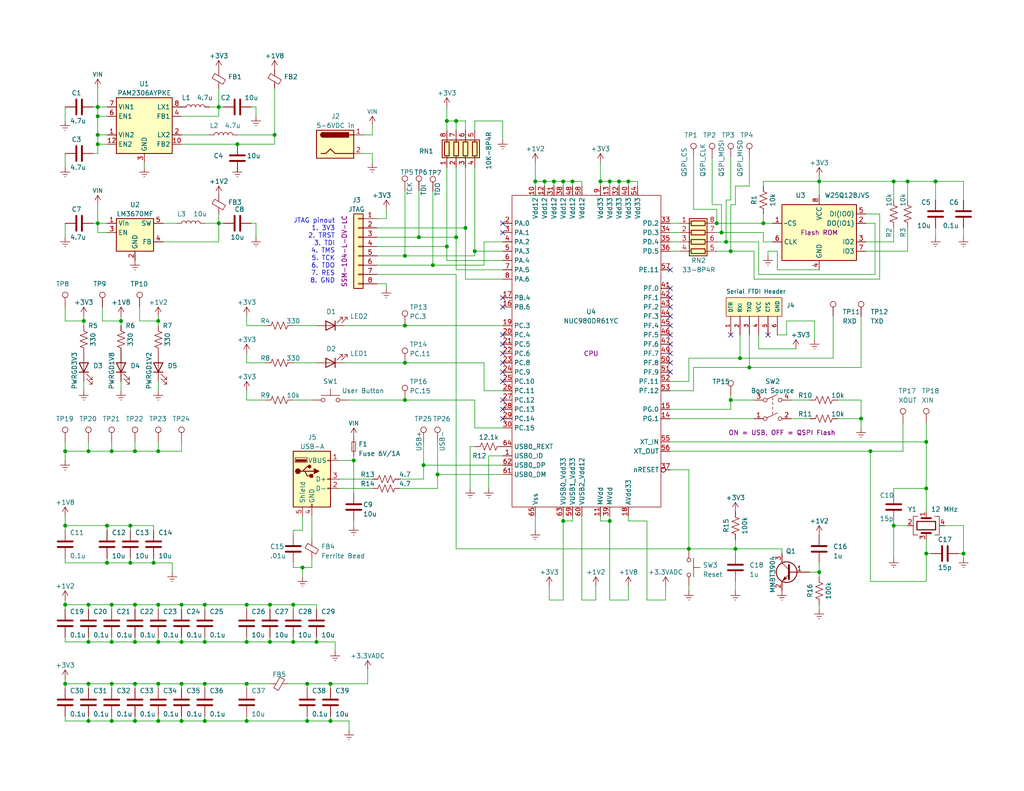
<source format=kicad_sch>
(kicad_sch (version 20211123) (generator eeschema)
  (paper "USLetter")
  (title_block (title "OHSNAP / NUC980 PoC") (date "2021-07-26") (rev "0.3") (company "pion@quantumcode.net"))
  (junction (at 17.78 186.69) (diameter 0.9144))
  (junction (at 80.01 165.1) (diameter 0.9144))
  (junction (at 49.53 165.1) (diameter 0.9144))
  (junction (at 262.89 151.13) (diameter 0.9144))
  (junction (at 110.49 69.85) (diameter 0.9144))
  (junction (at 118.11 72.39) (diameter 0.9144))
  (junction (at 43.18 165.1) (diameter 0.9144))
  (junction (at 73.66 165.1) (diameter 0.9144))
  (junction (at 24.13 123.19) (diameter 0.9144))
  (junction (at 26.67 60.96) (diameter 0.9144))
  (junction (at 204.47 100.33) (diameter 0.9144))
  (junction (at 67.31 186.69) (diameter 0.9144))
  (junction (at 26.67 31.75) (diameter 0.9144))
  (junction (at 127 62.23) (diameter 0.9144))
  (junction (at 35.56 143.51) (diameter 0.9144))
  (junction (at 24.13 186.69) (diameter 0.9144))
  (junction (at 30.48 165.1) (diameter 0.9144))
  (junction (at 80.01 175.26) (diameter 0.9144))
  (junction (at 201.93 97.79) (diameter 0.9144))
  (junction (at 243.84 49.53) (diameter 0.9144))
  (junction (at 199.39 68.58) (diameter 0.9144))
  (junction (at 36.83 186.69) (diameter 0.9144))
  (junction (at 156.21 49.53) (diameter 0.9144))
  (junction (at 90.17 186.69) (diameter 0.9144))
  (junction (at 166.37 49.53) (diameter 0.9144))
  (junction (at 114.3 64.77) (diameter 0.9144))
  (junction (at 252.73 133.35) (diameter 0.9144))
  (junction (at 59.69 29.21) (diameter 0.9144))
  (junction (at 83.82 186.69) (diameter 0.9144))
  (junction (at 153.67 142.24) (diameter 0.9144))
  (junction (at 67.31 165.1) (diameter 0.9144))
  (junction (at 29.21 143.51) (diameter 0.9144))
  (junction (at 166.37 142.24) (diameter 0.9144))
  (junction (at 55.88 165.1) (diameter 0.9144))
  (junction (at 49.53 196.85) (diameter 0.9144))
  (junction (at 121.92 67.31) (diameter 0.9144))
  (junction (at 96.52 125.73) (diameter 0.9144))
  (junction (at 67.31 175.26) (diameter 0.9144))
  (junction (at 195.58 60.96) (diameter 0.9144))
  (junction (at 41.91 153.67) (diameter 0.9144))
  (junction (at 59.69 60.96) (diameter 0.9144))
  (junction (at 36.83 123.19) (diameter 0.9144))
  (junction (at 17.78 123.19) (diameter 0.9144))
  (junction (at 26.67 36.83) (diameter 0.9144))
  (junction (at 36.83 165.1) (diameter 0.9144))
  (junction (at 119.38 129.54) (diameter 0.9144))
  (junction (at 237.49 123.19) (diameter 0.9144))
  (junction (at 49.53 175.26) (diameter 0.9144))
  (junction (at 153.67 49.53) (diameter 0.9144))
  (junction (at 43.18 175.26) (diameter 0.9144))
  (junction (at 252.73 151.13) (diameter 0.9144))
  (junction (at 124.46 64.77) (diameter 0.9144))
  (junction (at 151.13 49.53) (diameter 0.9144))
  (junction (at 43.18 196.85) (diameter 0.9144))
  (junction (at 196.85 63.5) (diameter 0.9144))
  (junction (at 124.46 33.02) (diameter 0.9144))
  (junction (at 17.78 165.1) (diameter 0.9144))
  (junction (at 26.67 29.21) (diameter 0.9144))
  (junction (at 243.84 143.51) (diameter 0.9144))
  (junction (at 43.18 123.19) (diameter 0.9144))
  (junction (at 255.27 49.53) (diameter 0.9144))
  (junction (at 24.13 196.85) (diameter 0.9144))
  (junction (at 43.18 186.69) (diameter 0.9144))
  (junction (at 247.65 49.53) (diameter 0.9144))
  (junction (at 30.48 123.19) (diameter 0.9144))
  (junction (at 55.88 186.69) (diameter 0.9144))
  (junction (at 30.48 175.26) (diameter 0.9144))
  (junction (at 55.88 196.85) (diameter 0.9144))
  (junction (at 33.02 87.63) (diameter 0.9144))
  (junction (at 200.66 149.86) (diameter 0.9144))
  (junction (at 223.52 156.21) (diameter 0.9144))
  (junction (at 234.95 114.3) (diameter 0.9144))
  (junction (at 171.45 49.53) (diameter 0.9144))
  (junction (at 22.86 87.63) (diameter 0.9144))
  (junction (at 148.59 49.53) (diameter 0.9144))
  (junction (at 90.17 196.85) (diameter 0.9144))
  (junction (at 55.88 175.26) (diameter 0.9144))
  (junction (at 110.49 99.06) (diameter 0.9144))
  (junction (at 86.36 175.26) (diameter 0.9144))
  (junction (at 49.53 186.69) (diameter 0.9144))
  (junction (at 110.49 109.22) (diameter 0.9144))
  (junction (at 36.83 196.85) (diameter 0.9144))
  (junction (at 252.73 120.65) (diameter 0.9144))
  (junction (at 36.83 175.26) (diameter 0.9144))
  (junction (at 198.12 66.04) (diameter 0.9144))
  (junction (at 208.28 60.96) (diameter 0.9144))
  (junction (at 67.31 196.85) (diameter 0.9144))
  (junction (at 168.91 49.53) (diameter 0.9144))
  (junction (at 29.21 153.67) (diameter 0.9144))
  (junction (at 26.67 39.37) (diameter 0.9144))
  (junction (at 199.39 109.22) (diameter 0.9144))
  (junction (at 146.05 49.53) (diameter 0.9144))
  (junction (at 83.82 196.85) (diameter 0.9144))
  (junction (at 43.18 87.63) (diameter 0.9144))
  (junction (at 74.93 36.83) (diameter 0.9144))
  (junction (at 73.66 175.26) (diameter 0.9144))
  (junction (at 223.52 49.53) (diameter 0.9144))
  (junction (at 24.13 165.1) (diameter 0.9144))
  (junction (at 121.92 33.02) (diameter 0.9144))
  (junction (at 30.48 186.69) (diameter 0.9144))
  (junction (at 110.49 88.9) (diameter 0.9144))
  (junction (at 163.83 49.53) (diameter 0.9144))
  (junction (at 187.96 149.86) (diameter 0.9144))
  (junction (at 35.56 153.67) (diameter 0.9144))
  (junction (at 82.55 154.94) (diameter 0.9144))
  (junction (at 115.57 127) (diameter 0.9144))
  (junction (at 129.54 68.58) (diameter 0.9144))
  (junction (at 24.13 175.26) (diameter 0.9144))
  (junction (at 30.48 196.85) (diameter 0.9144))
  (junction (at 17.78 143.51) (diameter 0.9144))
  (junction (at 64.77 39.37) (diameter 0.9144))
  (no_connect (at 137.16 60.96))
  (no_connect (at 137.16 63.5))
  (no_connect (at 137.16 81.28))
  (no_connect (at 137.16 83.82))
  (no_connect (at 137.16 91.44))
  (no_connect (at 137.16 93.98))
  (no_connect (at 137.16 96.52))
  (no_connect (at 137.16 99.06))
  (no_connect (at 137.16 101.6))
  (no_connect (at 137.16 104.14))
  (no_connect (at 137.16 109.22))
  (no_connect (at 199.39 91.44))
  (no_connect (at 209.55 91.44))
  (no_connect (at 137.16 111.76))
  (no_connect (at 137.16 114.3))
  (no_connect (at 182.88 73.66))
  (no_connect (at 182.88 78.74))
  (no_connect (at 182.88 81.28))
  (no_connect (at 182.88 83.82))
  (no_connect (at 182.88 86.36))
  (no_connect (at 182.88 88.9))
  (no_connect (at 182.88 91.44))
  (no_connect (at 182.88 93.98))
  (no_connect (at 182.88 96.52))
  (no_connect (at 182.88 99.06))
  (no_connect (at 182.88 101.6))
  (wire (pts (xy 102.87 77.47) (xy 105.41 77.47)))
  (wire (pts (xy 105.41 77.47) (xy 105.41 78.74)))
  (wire (pts (xy 73.66 175.26) (xy 73.66 173.99)))
  (wire (pts (xy 236.22 58.42) (xy 240.03 58.42)))
  (wire (pts (xy 240.03 58.42) (xy 240.03 76.2)))
  (wire (pts (xy 68.58 60.96) (xy 69.85 60.96)))
  (wire (pts (xy 69.85 60.96) (xy 69.85 64.77)))
  (wire (pts (xy 17.78 165.1) (xy 24.13 165.1)))
  (wire (pts (xy 204.47 100.33) (xy 234.95 100.33)))
  (wire (pts (xy 234.95 100.33) (xy 234.95 86.36)))
  (wire (pts (xy 151.13 49.53) (xy 153.67 49.53)))
  (wire (pts (xy 153.67 49.53) (xy 153.67 50.8)))
  (wire (pts (xy 257.81 143.51) (xy 262.89 143.51)))
  (wire (pts (xy 262.89 143.51) (xy 262.89 151.13)))
  (wire (pts (xy 262.89 151.13) (xy 262.89 152.4)))
  (wire (pts (xy 64.77 36.83) (xy 74.93 36.83)))
  (wire (pts (xy 100.33 182.88) (xy 100.33 186.69)))
  (wire (pts (xy 96.52 142.24) (xy 96.52 143.51)))
  (wire (pts (xy 17.78 186.69) (xy 24.13 186.69)))
  (wire (pts (xy 67.31 86.36) (xy 67.31 88.9)))
  (wire (pts (xy 67.31 88.9) (xy 72.39 88.9)))
  (wire (pts (xy 82.55 154.94) (xy 80.01 154.94)))
  (wire (pts (xy 85.09 152.4) (xy 85.09 154.94)))
  (wire (pts (xy 85.09 154.94) (xy 82.55 154.94)))
  (wire (pts (xy 26.67 39.37) (xy 29.21 39.37)))
  (wire (pts (xy 43.18 165.1) (xy 43.18 166.37)))
  (wire (pts (xy 129.54 33.02) (xy 129.54 35.56)))
  (wire (pts (xy 246.38 115.57) (xy 246.38 123.19)))
  (wire (pts (xy 246.38 123.19) (xy 237.49 123.19)))
  (wire (pts (xy 67.31 109.22) (xy 72.39 109.22)))
  (wire (pts (xy 194.31 43.18) (xy 194.31 55.88)))
  (wire (pts (xy 194.31 55.88) (xy 196.85 55.88)))
  (wire (pts (xy 196.85 55.88) (xy 196.85 63.5)))
  (wire (pts (xy 163.83 44.45) (xy 163.83 49.53)))
  (wire (pts (xy 67.31 96.52) (xy 67.31 99.06)))
  (wire (pts (xy 30.48 175.26) (xy 36.83 175.26)))
  (wire (pts (xy 182.88 111.76) (xy 199.39 111.76)))
  (wire (pts (xy 86.36 175.26) (xy 86.36 173.99)))
  (wire (pts (xy 171.45 140.97) (xy 171.45 142.24)))
  (wire (pts (xy 171.45 142.24) (xy 176.53 142.24)))
  (wire (pts (xy 176.53 142.24) (xy 176.53 163.83)))
  (wire (pts (xy 176.53 163.83) (xy 181.61 163.83)))
  (wire (pts (xy 181.61 163.83) (xy 181.61 160.02)))
  (wire (pts (xy 166.37 142.24) (xy 166.37 163.83)))
  (wire (pts (xy 166.37 163.83) (xy 171.45 163.83)))
  (wire (pts (xy 171.45 163.83) (xy 171.45 160.02)))
  (wire (pts (xy 29.21 153.67) (xy 35.56 153.67)))
  (wire (pts (xy 35.56 143.51) (xy 35.56 144.78)))
  (wire (pts (xy 24.13 123.19) (xy 24.13 120.65)))
  (wire (pts (xy 80.01 144.78) (xy 80.01 146.05)))
  (wire (pts (xy 189.23 57.15) (xy 189.23 43.18)))
  (wire (pts (xy 195.58 57.15) (xy 189.23 57.15)))
  (wire (pts (xy 195.58 60.96) (xy 195.58 57.15)))
  (wire (pts (xy 17.78 41.91) (xy 17.78 45.72)))
  (wire (pts (xy 78.74 186.69) (xy 83.82 186.69)))
  (wire (pts (xy 133.35 124.46) (xy 137.16 124.46)))
  (wire (pts (xy 133.35 133.35) (xy 133.35 124.46)))
  (wire (pts (xy 30.48 165.1) (xy 36.83 165.1)))
  (wire (pts (xy 67.31 175.26) (xy 73.66 175.26)))
  (wire (pts (xy 30.48 175.26) (xy 30.48 173.99)))
  (wire (pts (xy 80.01 165.1) (xy 80.01 166.37)))
  (wire (pts (xy 223.52 49.53) (xy 243.84 49.53)))
  (wire (pts (xy 43.18 123.19) (xy 49.53 123.19)))
  (wire (pts (xy 22.86 104.14) (xy 22.86 106.68)))
  (wire (pts (xy 80.01 88.9) (xy 86.36 88.9)))
  (wire (pts (xy 26.67 60.96) (xy 26.67 63.5)))
  (wire (pts (xy 26.67 63.5) (xy 29.21 63.5)))
  (wire (pts (xy 17.78 196.85) (xy 24.13 196.85)))
  (wire (pts (xy 24.13 175.26) (xy 24.13 173.99)))
  (wire (pts (xy 92.71 133.35) (xy 101.6 133.35)))
  (wire (pts (xy 74.93 24.13) (xy 74.93 36.83)))
  (wire (pts (xy 67.31 165.1) (xy 67.31 166.37)))
  (wire (pts (xy 49.53 36.83) (xy 57.15 36.83)))
  (wire (pts (xy 35.56 153.67) (xy 35.56 152.4)))
  (wire (pts (xy 43.18 104.14) (xy 43.18 106.68)))
  (wire (pts (xy 67.31 175.26) (xy 67.31 173.99)))
  (wire (pts (xy 182.88 104.14) (xy 187.96 104.14)))
  (wire (pts (xy 187.96 97.79) (xy 201.93 97.79)))
  (wire (pts (xy 187.96 104.14) (xy 187.96 97.79)))
  (wire (pts (xy 201.93 97.79) (xy 201.93 91.44)))
  (wire (pts (xy 208.28 63.5) (xy 208.28 66.04)))
  (wire (pts (xy 208.28 66.04) (xy 210.82 66.04)))
  (wire (pts (xy 26.67 31.75) (xy 29.21 31.75)))
  (wire (pts (xy 30.48 123.19) (xy 36.83 123.19)))
  (wire (pts (xy 36.83 123.19) (xy 36.83 120.65)))
  (wire (pts (xy 182.88 123.19) (xy 237.49 123.19)))
  (wire (pts (xy 237.49 123.19) (xy 237.49 158.75)))
  (wire (pts (xy 237.49 158.75) (xy 252.73 158.75)))
  (wire (pts (xy 208.28 49.53) (xy 223.52 49.53)))
  (wire (pts (xy 208.28 50.8) (xy 208.28 49.53)))
  (wire (pts (xy 105.41 59.69) (xy 102.87 59.69)))
  (wire (pts (xy 24.13 196.85) (xy 30.48 196.85)))
  (wire (pts (xy 73.66 165.1) (xy 80.01 165.1)))
  (wire (pts (xy 90.17 196.85) (xy 95.25 196.85)))
  (wire (pts (xy 95.25 196.85) (xy 95.25 199.39)))
  (wire (pts (xy 29.21 153.67) (xy 29.21 152.4)))
  (wire (pts (xy 110.49 52.07) (xy 110.49 69.85)))
  (wire (pts (xy 91.44 175.26) (xy 91.44 177.8)))
  (wire (pts (xy 24.13 123.19) (xy 30.48 123.19)))
  (wire (pts (xy 30.48 123.19) (xy 30.48 120.65)))
  (wire (pts (xy 243.84 49.53) (xy 243.84 54.61)))
  (wire (pts (xy 207.01 95.25) (xy 217.17 95.25)))
  (wire (pts (xy 198.12 54.61) (xy 198.12 66.04)))
  (wire (pts (xy 199.39 43.18) (xy 199.39 54.61)))
  (wire (pts (xy 199.39 54.61) (xy 198.12 54.61)))
  (wire (pts (xy 82.55 140.97) (xy 82.55 144.78)))
  (wire (pts (xy 171.45 49.53) (xy 173.99 49.53)))
  (wire (pts (xy 173.99 49.53) (xy 173.99 50.8)))
  (wire (pts (xy 27.94 83.82) (xy 27.94 87.63)))
  (wire (pts (xy 27.94 87.63) (xy 33.02 87.63)))
  (wire (pts (xy 17.78 120.65) (xy 17.78 123.19)))
  (wire (pts (xy 17.78 123.19) (xy 17.78 125.73)))
  (wire (pts (xy 124.46 33.02) (xy 127 33.02)))
  (wire (pts (xy 127 33.02) (xy 127 35.56)))
  (wire (pts (xy 223.52 165.1) (xy 223.52 166.37)))
  (wire (pts (xy 182.88 120.65) (xy 252.73 120.65)))
  (wire (pts (xy 252.73 120.65) (xy 252.73 133.35)))
  (wire (pts (xy 252.73 133.35) (xy 252.73 139.7)))
  (wire (pts (xy 121.92 45.72) (xy 121.92 67.31)))
  (wire (pts (xy 49.53 31.75) (xy 59.69 31.75)))
  (wire (pts (xy 59.69 29.21) (xy 57.15 29.21)))
  (wire (pts (xy 59.69 31.75) (xy 59.69 29.21)))
  (wire (pts (xy 182.88 106.68) (xy 189.23 106.68)))
  (wire (pts (xy 189.23 100.33) (xy 204.47 100.33)))
  (wire (pts (xy 189.23 106.68) (xy 189.23 100.33)))
  (wire (pts (xy 204.47 100.33) (xy 204.47 91.44)))
  (wire (pts (xy 55.88 186.69) (xy 55.88 187.96)))
  (wire (pts (xy 43.18 175.26) (xy 49.53 175.26)))
  (wire (pts (xy 67.31 106.68) (xy 67.31 109.22)))
  (wire (pts (xy 29.21 143.51) (xy 35.56 143.51)))
  (wire (pts (xy 149.86 163.83) (xy 149.86 160.02)))
  (wire (pts (xy 153.67 140.97) (xy 153.67 142.24)))
  (wire (pts (xy 153.67 142.24) (xy 153.67 163.83)))
  (wire (pts (xy 153.67 163.83) (xy 149.86 163.83)))
  (wire (pts (xy 129.54 45.72) (xy 129.54 68.58)))
  (wire (pts (xy 200.66 149.86) (xy 213.36 149.86)))
  (wire (pts (xy 213.36 149.86) (xy 213.36 151.13)))
  (wire (pts (xy 49.53 123.19) (xy 49.53 120.65)))
  (wire (pts (xy 205.74 68.58) (xy 205.74 76.2)))
  (wire (pts (xy 205.74 76.2) (xy 240.03 76.2)))
  (wire (pts (xy 128.27 121.92) (xy 128.27 133.35)))
  (wire (pts (xy 199.39 109.22) (xy 205.74 109.22)))
  (wire (pts (xy 67.31 186.69) (xy 67.31 187.96)))
  (wire (pts (xy 55.88 175.26) (xy 67.31 175.26)))
  (wire (pts (xy 83.82 195.58) (xy 83.82 196.85)))
  (wire (pts (xy 83.82 196.85) (xy 90.17 196.85)))
  (wire (pts (xy 90.17 196.85) (xy 90.17 195.58)))
  (wire (pts (xy 26.67 55.88) (xy 26.67 60.96)))
  (wire (pts (xy 26.67 60.96) (xy 29.21 60.96)))
  (wire (pts (xy 199.39 107.95) (xy 199.39 109.22)))
  (wire (pts (xy 36.83 175.26) (xy 36.83 173.99)))
  (wire (pts (xy 92.71 130.81) (xy 101.6 130.81)))
  (wire (pts (xy 158.75 140.97) (xy 158.75 163.83)))
  (wire (pts (xy 158.75 163.83) (xy 162.56 163.83)))
  (wire (pts (xy 162.56 163.83) (xy 162.56 160.02)))
  (wire (pts (xy 102.87 69.85) (xy 110.49 69.85)))
  (wire (pts (xy 110.49 69.85) (xy 129.54 69.85)))
  (wire (pts (xy 129.54 68.58) (xy 129.54 69.85)))
  (wire (pts (xy 137.16 68.58) (xy 129.54 68.58)))
  (wire (pts (xy 24.13 175.26) (xy 30.48 175.26)))
  (wire (pts (xy 80.01 109.22) (xy 85.09 109.22)))
  (wire (pts (xy 43.18 196.85) (xy 49.53 196.85)))
  (wire (pts (xy 146.05 140.97) (xy 146.05 144.78)))
  (wire (pts (xy 36.83 165.1) (xy 36.83 166.37)))
  (wire (pts (xy 83.82 186.69) (xy 90.17 186.69)))
  (wire (pts (xy 83.82 187.96) (xy 83.82 186.69)))
  (wire (pts (xy 90.17 186.69) (xy 90.17 187.96)))
  (wire (pts (xy 156.21 49.53) (xy 158.75 49.53)))
  (wire (pts (xy 158.75 49.53) (xy 158.75 50.8)))
  (wire (pts (xy 17.78 29.21) (xy 17.78 33.02)))
  (wire (pts (xy 200.66 147.32) (xy 200.66 149.86)))
  (wire (pts (xy 200.66 149.86) (xy 187.96 149.86)))
  (wire (pts (xy 17.78 143.51) (xy 17.78 144.78)))
  (wire (pts (xy 146.05 49.53) (xy 148.59 49.53)))
  (wire (pts (xy 146.05 50.8) (xy 146.05 49.53)))
  (wire (pts (xy 148.59 49.53) (xy 148.59 50.8)))
  (wire (pts (xy 96.52 124.46) (xy 96.52 125.73)))
  (wire (pts (xy 96.52 125.73) (xy 96.52 134.62)))
  (wire (pts (xy 17.78 185.42) (xy 17.78 186.69)))
  (wire (pts (xy 55.88 175.26) (xy 55.88 173.99)))
  (wire (pts (xy 127 45.72) (xy 127 62.23)))
  (wire (pts (xy 59.69 60.96) (xy 60.96 60.96)))
  (wire (pts (xy 26.67 29.21) (xy 26.67 31.75)))
  (wire (pts (xy 26.67 31.75) (xy 26.67 36.83)))
  (wire (pts (xy 168.91 49.53) (xy 171.45 49.53)))
  (wire (pts (xy 171.45 49.53) (xy 171.45 50.8)))
  (wire (pts (xy 153.67 49.53) (xy 156.21 49.53)))
  (wire (pts (xy 156.21 49.53) (xy 156.21 50.8)))
  (wire (pts (xy 195.58 60.96) (xy 208.28 60.96)))
  (wire (pts (xy 24.13 186.69) (xy 24.13 187.96)))
  (wire (pts (xy 102.87 67.31) (xy 121.92 67.31)))
  (wire (pts (xy 121.92 67.31) (xy 121.92 71.12)))
  (wire (pts (xy 121.92 71.12) (xy 137.16 71.12)))
  (wire (pts (xy 109.22 130.81) (xy 115.57 130.81)))
  (wire (pts (xy 115.57 127) (xy 137.16 127)))
  (wire (pts (xy 115.57 130.81) (xy 115.57 127)))
  (wire (pts (xy 86.36 175.26) (xy 91.44 175.26)))
  (wire (pts (xy 44.45 66.04) (xy 59.69 66.04)))
  (wire (pts (xy 59.69 60.96) (xy 55.88 60.96)))
  (wire (pts (xy 59.69 66.04) (xy 59.69 60.96)))
  (wire (pts (xy 80.01 175.26) (xy 86.36 175.26)))
  (wire (pts (xy 55.88 186.69) (xy 67.31 186.69)))
  (wire (pts (xy 68.58 29.21) (xy 69.85 29.21)))
  (wire (pts (xy 69.85 29.21) (xy 69.85 31.75)))
  (wire (pts (xy 17.78 173.99) (xy 17.78 175.26)))
  (wire (pts (xy 209.55 68.58) (xy 212.09 68.58)))
  (wire (pts (xy 209.55 69.85) (xy 209.55 68.58)))
  (wire (pts (xy 212.09 68.58) (xy 212.09 73.66)))
  (wire (pts (xy 212.09 73.66) (xy 223.52 73.66)))
  (wire (pts (xy 35.56 153.67) (xy 41.91 153.67)))
  (wire (pts (xy 59.69 24.13) (xy 59.69 29.21)))
  (wire (pts (xy 44.45 60.96) (xy 48.26 60.96)))
  (wire (pts (xy 99.06 41.91) (xy 101.6 41.91)))
  (wire (pts (xy 41.91 143.51) (xy 41.91 144.78)))
  (wire (pts (xy 82.55 144.78) (xy 80.01 144.78)))
  (wire (pts (xy 67.31 186.69) (xy 73.66 186.69)))
  (wire (pts (xy 35.56 143.51) (xy 41.91 143.51)))
  (wire (pts (xy 49.53 196.85) (xy 55.88 196.85)))
  (wire (pts (xy 182.88 63.5) (xy 185.42 63.5)))
  (wire (pts (xy 109.22 133.35) (xy 119.38 133.35)))
  (wire (pts (xy 119.38 129.54) (xy 137.16 129.54)))
  (wire (pts (xy 119.38 133.35) (xy 119.38 129.54)))
  (wire (pts (xy 102.87 72.39) (xy 118.11 72.39)))
  (wire (pts (xy 118.11 72.39) (xy 132.08 72.39)))
  (wire (pts (xy 132.08 66.04) (xy 137.16 66.04)))
  (wire (pts (xy 132.08 72.39) (xy 132.08 66.04)))
  (wire (pts (xy 156.21 140.97) (xy 156.21 142.24)))
  (wire (pts (xy 156.21 142.24) (xy 153.67 142.24)))
  (wire (pts (xy 95.25 109.22) (xy 110.49 109.22)))
  (wire (pts (xy 110.49 109.22) (xy 129.54 109.22)))
  (wire (pts (xy 129.54 109.22) (xy 129.54 116.84)))
  (wire (pts (xy 129.54 116.84) (xy 137.16 116.84)))
  (wire (pts (xy 222.25 87.63) (xy 222.25 92.71)))
  (wire (pts (xy 102.87 62.23) (xy 127 62.23)))
  (wire (pts (xy 127 62.23) (xy 127 76.2)))
  (wire (pts (xy 127 76.2) (xy 137.16 76.2)))
  (wire (pts (xy 73.66 175.26) (xy 80.01 175.26)))
  (wire (pts (xy 195.58 68.58) (xy 199.39 68.58)))
  (wire (pts (xy 199.39 68.58) (xy 205.74 68.58)))
  (wire (pts (xy 199.39 109.22) (xy 199.39 111.76)))
  (wire (pts (xy 215.9 114.3) (xy 220.98 114.3)))
  (wire (pts (xy 55.88 165.1) (xy 67.31 165.1)))
  (wire (pts (xy 262.89 151.13) (xy 261.62 151.13)))
  (wire (pts (xy 36.83 186.69) (xy 36.83 187.96)))
  (wire (pts (xy 43.18 186.69) (xy 49.53 186.69)))
  (wire (pts (xy 82.55 154.94) (xy 82.55 157.48)))
  (wire (pts (xy 187.96 160.02) (xy 187.96 161.29)))
  (wire (pts (xy 49.53 165.1) (xy 55.88 165.1)))
  (wire (pts (xy 24.13 165.1) (xy 24.13 166.37)))
  (wire (pts (xy 22.86 86.36) (xy 22.86 87.63)))
  (wire (pts (xy 22.86 87.63) (xy 22.86 88.9)))
  (wire (pts (xy 199.39 55.88) (xy 199.39 68.58)))
  (wire (pts (xy 200.66 50.8) (xy 200.66 55.88)))
  (wire (pts (xy 200.66 55.88) (xy 199.39 55.88)))
  (wire (pts (xy 204.47 43.18) (xy 204.47 50.8)))
  (wire (pts (xy 204.47 50.8) (xy 200.66 50.8)))
  (wire (pts (xy 17.78 60.96) (xy 17.78 64.77)))
  (wire (pts (xy 17.78 123.19) (xy 24.13 123.19)))
  (wire (pts (xy 59.69 29.21) (xy 60.96 29.21)))
  (wire (pts (xy 55.88 165.1) (xy 55.88 166.37)))
  (wire (pts (xy 207.01 91.44) (xy 207.01 95.25)))
  (wire (pts (xy 25.4 60.96) (xy 26.67 60.96)))
  (wire (pts (xy 80.01 99.06) (xy 86.36 99.06)))
  (wire (pts (xy 39.37 44.45) (xy 39.37 45.72)))
  (wire (pts (xy 182.88 68.58) (xy 185.42 68.58)))
  (wire (pts (xy 26.67 24.13) (xy 26.67 29.21)))
  (wire (pts (xy 26.67 29.21) (xy 29.21 29.21)))
  (wire (pts (xy 17.78 143.51) (xy 29.21 143.51)))
  (wire (pts (xy 49.53 39.37) (xy 64.77 39.37)))
  (wire (pts (xy 64.77 39.37) (xy 74.93 39.37)))
  (wire (pts (xy 17.78 166.37) (xy 17.78 165.1)))
  (wire (pts (xy 243.84 133.35) (xy 252.73 133.35)))
  (wire (pts (xy 166.37 49.53) (xy 168.91 49.53)))
  (wire (pts (xy 168.91 50.8) (xy 168.91 49.53)))
  (wire (pts (xy 121.92 33.02) (xy 124.46 33.02)))
  (wire (pts (xy 124.46 33.02) (xy 124.46 35.56)))
  (wire (pts (xy 228.6 109.22) (xy 234.95 109.22)))
  (wire (pts (xy 234.95 109.22) (xy 234.95 114.3)))
  (wire (pts (xy 207.01 66.04) (xy 207.01 74.93)))
  (wire (pts (xy 207.01 74.93) (xy 238.76 74.93)))
  (wire (pts (xy 238.76 60.96) (xy 236.22 60.96)))
  (wire (pts (xy 238.76 74.93) (xy 238.76 60.96)))
  (wire (pts (xy 64.77 45.72) (xy 64.77 46.99)))
  (wire (pts (xy 36.83 175.26) (xy 43.18 175.26)))
  (wire (pts (xy 80.01 165.1) (xy 86.36 165.1)))
  (wire (pts (xy 187.96 128.27) (xy 182.88 128.27)))
  (wire (pts (xy 26.67 36.83) (xy 26.67 39.37)))
  (wire (pts (xy 26.67 39.37) (xy 26.67 41.91)))
  (wire (pts (xy 41.91 153.67) (xy 46.99 153.67)))
  (wire (pts (xy 46.99 153.67) (xy 46.99 156.21)))
  (wire (pts (xy 25.4 41.91) (xy 26.67 41.91)))
  (wire (pts (xy 223.52 153.67) (xy 223.52 156.21)))
  (wire (pts (xy 223.52 156.21) (xy 223.52 157.48)))
  (wire (pts (xy 220.98 156.21) (xy 223.52 156.21)))
  (wire (pts (xy 101.6 36.83) (xy 101.6 34.29)))
  (wire (pts (xy 36.83 165.1) (xy 43.18 165.1)))
  (wire (pts (xy 26.67 36.83) (xy 29.21 36.83)))
  (wire (pts (xy 252.73 115.57) (xy 252.73 120.65)))
  (wire (pts (xy 43.18 86.36) (xy 43.18 87.63)))
  (wire (pts (xy 43.18 87.63) (xy 43.18 88.9)))
  (wire (pts (xy 55.88 196.85) (xy 67.31 196.85)))
  (wire (pts (xy 182.88 60.96) (xy 185.42 60.96)))
  (wire (pts (xy 55.88 196.85) (xy 55.88 195.58)))
  (wire (pts (xy 17.78 163.83) (xy 17.78 165.1)))
  (wire (pts (xy 25.4 29.21) (xy 26.67 29.21)))
  (wire (pts (xy 67.31 99.06) (xy 72.39 99.06)))
  (wire (pts (xy 67.31 196.85) (xy 83.82 196.85)))
  (wire (pts (xy 17.78 83.82) (xy 17.78 87.63)))
  (wire (pts (xy 17.78 87.63) (xy 22.86 87.63)))
  (wire (pts (xy 105.41 57.15) (xy 105.41 59.69)))
  (wire (pts (xy 30.48 165.1) (xy 30.48 166.37)))
  (wire (pts (xy 182.88 114.3) (xy 205.74 114.3)))
  (wire (pts (xy 43.18 165.1) (xy 49.53 165.1)))
  (wire (pts (xy 228.6 114.3) (xy 234.95 114.3)))
  (wire (pts (xy 234.95 114.3) (xy 234.95 116.84)))
  (wire (pts (xy 124.46 74.93) (xy 102.87 74.93)))
  (wire (pts (xy 124.46 149.86) (xy 124.46 74.93)))
  (wire (pts (xy 124.46 149.86) (xy 187.96 149.86)))
  (wire (pts (xy 93.98 88.9) (xy 110.49 88.9)))
  (wire (pts (xy 110.49 88.9) (xy 137.16 88.9)))
  (wire (pts (xy 124.46 45.72) (xy 124.46 64.77)))
  (wire (pts (xy 129.54 33.02) (xy 137.16 33.02)))
  (wire (pts (xy 137.16 33.02) (xy 137.16 38.1)))
  (wire (pts (xy 49.53 165.1) (xy 49.53 166.37)))
  (wire (pts (xy 17.78 140.97) (xy 17.78 143.51)))
  (wire (pts (xy 247.65 62.23) (xy 247.65 68.58)))
  (wire (pts (xy 247.65 68.58) (xy 236.22 68.58)))
  (wire (pts (xy 73.66 165.1) (xy 73.66 166.37)))
  (wire (pts (xy 24.13 165.1) (xy 30.48 165.1)))
  (wire (pts (xy 74.93 39.37) (xy 74.93 36.83)))
  (wire (pts (xy 114.3 52.07) (xy 114.3 64.77)))
  (wire (pts (xy 254 151.13) (xy 252.73 151.13)))
  (wire (pts (xy 85.09 140.97) (xy 85.09 147.32)))
  (wire (pts (xy 215.9 109.22) (xy 220.98 109.22)))
  (wire (pts (xy 128.27 121.92) (xy 129.54 121.92)))
  (wire (pts (xy 17.78 195.58) (xy 17.78 196.85)))
  (wire (pts (xy 200.66 158.75) (xy 200.66 161.29)))
  (wire (pts (xy 49.53 175.26) (xy 49.53 173.99)))
  (wire (pts (xy 17.78 153.67) (xy 29.21 153.67)))
  (wire (pts (xy 43.18 196.85) (xy 43.18 195.58)))
  (wire (pts (xy 17.78 175.26) (xy 24.13 175.26)))
  (wire (pts (xy 49.53 175.26) (xy 55.88 175.26)))
  (wire (pts (xy 187.96 128.27) (xy 187.96 149.86)))
  (wire (pts (xy 41.91 153.67) (xy 41.91 152.4)))
  (wire (pts (xy 195.58 66.04) (xy 198.12 66.04)))
  (wire (pts (xy 198.12 66.04) (xy 207.01 66.04)))
  (wire (pts (xy 223.52 48.26) (xy 223.52 49.53)))
  (wire (pts (xy 223.52 49.53) (xy 223.52 53.34)))
  (wire (pts (xy 101.6 41.91) (xy 101.6 44.45)))
  (wire (pts (xy 24.13 196.85) (xy 24.13 195.58)))
  (wire (pts (xy 100.33 186.69) (xy 90.17 186.69)))
  (wire (pts (xy 118.11 52.2377) (xy 118.11 72.39)))
  (wire (pts (xy 80.01 154.94) (xy 80.01 153.67)))
  (wire (pts (xy 201.93 97.79) (xy 227.33 97.79)))
  (wire (pts (xy 227.33 86.36) (xy 227.33 97.79)))
  (wire (pts (xy 49.53 196.85) (xy 49.53 195.58)))
  (wire (pts (xy 115.57 120.65) (xy 115.57 127)))
  (wire (pts (xy 36.83 196.85) (xy 36.83 195.58)))
  (wire (pts (xy 67.31 196.85) (xy 67.31 195.58)))
  (wire (pts (xy 30.48 186.69) (xy 36.83 186.69)))
  (wire (pts (xy 163.83 49.53) (xy 166.37 49.53)))
  (wire (pts (xy 163.83 50.8) (xy 163.83 49.53)))
  (wire (pts (xy 166.37 49.53) (xy 166.37 50.8)))
  (wire (pts (xy 29.21 143.51) (xy 29.21 144.78)))
  (wire (pts (xy 24.13 186.69) (xy 30.48 186.69)))
  (wire (pts (xy 43.18 186.69) (xy 43.18 187.96)))
  (wire (pts (xy 212.09 91.44) (xy 214.63 91.44)))
  (wire (pts (xy 214.63 87.63) (xy 222.25 87.63)))
  (wire (pts (xy 214.63 91.44) (xy 214.63 87.63)))
  (wire (pts (xy 195.58 63.5) (xy 196.85 63.5)))
  (wire (pts (xy 196.85 63.5) (xy 208.28 63.5)))
  (wire (pts (xy 36.83 123.19) (xy 43.18 123.19)))
  (wire (pts (xy 121.92 29.21) (xy 121.92 33.02)))
  (wire (pts (xy 121.92 33.02) (xy 121.92 35.56)))
  (wire (pts (xy 208.28 58.42) (xy 208.28 60.96)))
  (wire (pts (xy 262.89 64.77) (xy 262.89 62.23)))
  (wire (pts (xy 86.36 165.1) (xy 86.36 166.37)))
  (wire (pts (xy 252.73 147.32) (xy 252.73 151.13)))
  (wire (pts (xy 252.73 151.13) (xy 252.73 158.75)))
  (wire (pts (xy 17.78 187.96) (xy 17.78 186.69)))
  (wire (pts (xy 119.38 120.65) (xy 119.38 129.54)))
  (wire (pts (xy 99.06 36.83) (xy 101.6 36.83)))
  (wire (pts (xy 151.13 49.53) (xy 148.59 49.53)))
  (wire (pts (xy 151.13 50.8) (xy 151.13 49.53)))
  (wire (pts (xy 92.71 125.73) (xy 96.52 125.73)))
  (wire (pts (xy 43.18 175.26) (xy 43.18 173.99)))
  (wire (pts (xy 36.83 196.85) (xy 43.18 196.85)))
  (wire (pts (xy 255.27 64.77) (xy 255.27 62.23)))
  (wire (pts (xy 182.88 66.04) (xy 185.42 66.04)))
  (wire (pts (xy 146.05 44.45) (xy 146.05 49.53)))
  (wire (pts (xy 243.84 133.35) (xy 243.84 134.62)))
  (wire (pts (xy 38.1 83.82) (xy 38.1 87.63)))
  (wire (pts (xy 38.1 87.63) (xy 43.18 87.63)))
  (wire (pts (xy 67.31 165.1) (xy 73.66 165.1)))
  (wire (pts (xy 200.66 149.86) (xy 200.66 151.13)))
  (wire (pts (xy 33.02 104.14) (xy 33.02 106.68)))
  (wire (pts (xy 30.48 196.85) (xy 30.48 195.58)))
  (wire (pts (xy 49.53 186.69) (xy 55.88 186.69)))
  (wire (pts (xy 30.48 186.69) (xy 30.48 187.96)))
  (wire (pts (xy 17.78 153.67) (xy 17.78 152.4)))
  (wire (pts (xy 33.02 86.36) (xy 33.02 87.63)))
  (wire (pts (xy 33.02 87.63) (xy 33.02 88.9)))
  (wire (pts (xy 208.28 60.96) (xy 210.82 60.96)))
  (wire (pts (xy 80.01 175.26) (xy 80.01 173.99)))
  (wire (pts (xy 243.84 143.51) (xy 247.65 143.51)))
  (wire (pts (xy 243.84 152.4) (xy 243.84 143.51)))
  (wire (pts (xy 247.65 49.53) (xy 243.84 49.53)))
  (wire (pts (xy 247.65 54.61) (xy 247.65 49.53)))
  (wire (pts (xy 36.83 186.69) (xy 43.18 186.69)))
  (wire (pts (xy 255.27 49.53) (xy 255.27 54.61)))
  (wire (pts (xy 93.98 99.06) (xy 110.49 99.06)))
  (wire (pts (xy 110.49 99.06) (xy 132.08 99.06)))
  (wire (pts (xy 132.08 99.06) (xy 132.08 106.68)))
  (wire (pts (xy 132.08 106.68) (xy 137.16 106.68)))
  (wire (pts (xy 43.18 123.19) (xy 43.18 120.65)))
  (wire (pts (xy 163.83 140.97) (xy 163.83 142.24)))
  (wire (pts (xy 163.83 142.24) (xy 166.37 142.24)))
  (wire (pts (xy 166.37 140.97) (xy 166.37 142.24)))
  (wire (pts (xy 59.69 58.42) (xy 59.69 60.96)))
  (wire (pts (xy 247.65 49.53) (xy 255.27 49.53)))
  (wire (pts (xy 255.27 49.53) (xy 262.89 49.53)))
  (wire (pts (xy 262.89 49.53) (xy 262.89 54.61)))
  (wire (pts (xy 102.87 64.77) (xy 114.3 64.77)))
  (wire (pts (xy 124.46 64.77) (xy 114.3 64.77)))
  (wire (pts (xy 124.46 73.66) (xy 124.46 64.77)))
  (wire (pts (xy 137.16 73.66) (xy 124.46 73.66)))
  (wire (pts (xy 243.84 62.23) (xy 243.84 66.04)))
  (wire (pts (xy 243.84 66.04) (xy 236.22 66.04)))
  (wire (pts (xy 49.53 186.69) (xy 49.53 187.96)))
  (wire (pts (xy 243.84 142.24) (xy 243.84 143.51)))
  (wire (pts (xy 30.48 196.85) (xy 36.83 196.85)))
  (text "JTAG pinout\n1. 3V3\n2. TRST\n3. TDI\n4. TMS\n5. TCK\n6. TDO\n7. RES\n8. GND" (at 91.44 77.47 0) (effects (font (size 1.27 1.27)) (justify right bottom)))
  (symbol (lib_id "Transistor_BJT:MMBT3904") (at 215.9 156.21 0) (mirror y) (unit 1)
    (property "Reference" "Q1" (at 217.17 150.4949 0) (effects (justify left)))
    (property "Value" "MMBT3904" (at 210.82 161.9249 90) (effects (justify left)))
    (property "Footprint" "Package_TO_SOT_SMD:SOT-23" (effects hide))
    (property "Datasheet" "https://www.onsemi.com/pub/Collateral/2N3903-D.PDF" (effects hide))
  )
  (symbol (lib_id "Connector:TestPoint") (at 204.47 43.18 0) (unit 1)
    (property "Reference" "TP4" (at 201.93 36.8934 0) (effects (justify left)))
    (property "Value" "QSPI_MISO" (at 201.93 48.3234 90) (effects (justify left)))
    (property "Footprint" "TestPoint:TestPoint_Loop_D2.60mm_Drill1.6mm_Beaded" (effects hide))
    (property "Datasheet" "https://www.keyelco.com/userAssets/file/M65p57.pdf" (effects hide))
    (property "Model" "Keystone 1038" (effects hide))
  )
  (symbol (lib_id "Connector:TestPoint") (at 17.78 120.65 0) (unit 1)
    (property "Reference" "TP19" (at 15.24 114.3634 0) (effects (justify left)))
    (property "Value" "GND" (effects hide))
    (property "Footprint" "TestPoint:TestPoint_Loop_D2.60mm_Drill1.6mm_Beaded" (effects hide))
    (property "Datasheet" "https://www.keyelco.com/userAssets/file/M65p57.pdf" (effects hide))
    (property "Model" "Keystone 1041" (effects hide))
  )
  (symbol (lib_id "ohsnap-symbols:PP3V3") (at 200.66 139.7 0) (unit 1)
    (property "Reference" "#PWR038" (effects hide))
    (property "Value" "PP3V3" (at 200.66 135.89 0))
  )
  (symbol (lib_id "power:Earth") (at 69.85 64.77 0) (unit 1)
    (property "Reference" "#PWR017" (effects hide))
    (property "Value" "Earth" (effects hide))
  )
  (symbol (lib_id "Device:R_US") (at 200.66 143.51 180) (unit 1)
    (property "Reference" "R15" (at 198.12 143.51 90))
    (property "Value" "100k" (at 203.2 143.51 90))
    (property "Footprint" "Resistor_SMD:R_0603_1608Metric" (effects hide))
  )
  (symbol (lib_id "power:Earth") (at 36.83 71.12 0) (unit 1)
    (property "Reference" "#PWR021" (effects hide))
    (property "Value" "Earth" (effects hide))
  )
  (symbol (lib_id "ohsnap-symbols:PP3V3") (at 223.52 48.26 0) (unit 1)
    (property "Reference" "#PWR013" (effects hide))
    (property "Value" "PP3V3" (at 223.52 44.45 0))
  )
  (symbol (lib_id "Device:C") (at 36.83 170.18 0) (unit 1)
    (property "Reference" "C22" (at 38.1 167.0049 0) (effects (justify left)))
    (property "Value" "0.1u" (at 38.1 173.3549 0) (effects (justify left)))
    (property "Footprint" "Capacitor_SMD:C_0402_1005Metric" (effects hide))
  )
  (symbol (lib_id "Device:R_US") (at 208.28 54.61 180) (unit 1)
    (property "Reference" "R1" (at 205.74 54.61 90))
    (property "Value" "10k" (at 210.82 54.61 90))
    (property "Footprint" "Resistor_SMD:R_0603_1608Metric" (effects hide))
  )
  (symbol (lib_id "Connector:TestPoint") (at 30.48 120.65 0) (unit 1)
    (property "Reference" "TP21" (at 27.94 114.3634 0) (effects (justify left)))
    (property "Value" "GND" (effects hide))
    (property "Footprint" "TestPoint:TestPoint_Loop_D2.60mm_Drill1.6mm_Beaded" (effects hide))
    (property "Datasheet" "https://www.keyelco.com/userAssets/file/M65p57.pdf" (effects hide))
    (property "Model" "Keystone 1041" (effects hide))
  )
  (symbol (lib_id "Device:C") (at 24.13 170.18 0) (unit 1)
    (property "Reference" "C20" (at 25.4 167.0049 0) (effects (justify left)))
    (property "Value" "0.1u" (at 25.4 173.3549 0) (effects (justify left)))
    (property "Footprint" "Capacitor_SMD:C_0402_1005Metric" (effects hide))
  )
  (symbol (lib_id "Device:C") (at 80.01 149.86 0) (unit 1)
    (property "Reference" "C15" (at 73.66 149.2249 0) (effects (justify left)))
    (property "Value" ".01u" (at 73.66 151.7649 0) (effects (justify left)))
    (property "Footprint" "Capacitor_SMD:C_0603_1608Metric" (effects hide))
  )
  (symbol (lib_id "Device:C") (at 223.52 149.86 0) (unit 1)
    (property "Reference" "C16" (at 227.33 149.2249 0) (effects (justify left)))
    (property "Value" "1u" (at 227.33 151.7649 0) (effects (justify left)))
    (property "Footprint" "Capacitor_SMD:C_0603_1608Metric" (effects hide))
  )
  (symbol (lib_id "Device:C") (at 80.01 170.18 0) (unit 1)
    (property "Reference" "C28" (at 81.28 167.0049 0) (effects (justify left)))
    (property "Value" "10u" (at 81.28 173.3549 0) (effects (justify left)))
    (property "Footprint" "Capacitor_SMD:C_0402_1005Metric" (effects hide))
  )
  (symbol (lib_id "power:Earth") (at 243.84 152.4 0) (unit 1)
    (property "Reference" "#PWR043" (effects hide))
    (property "Value" "Earth" (effects hide))
  )
  (symbol (lib_id "Device:C") (at 86.36 170.18 0) (unit 1)
    (property "Reference" "C29" (at 87.63 167.0049 0) (effects (justify left)))
    (property "Value" "10u" (at 87.63 173.3549 0) (effects (justify left)))
    (property "Footprint" "Capacitor_SMD:C_0402_1005Metric" (effects hide))
  )
  (symbol (lib_id "power:Earth") (at 146.05 144.78 0) (unit 1)
    (property "Reference" "#PWR041" (effects hide))
    (property "Value" "Earth" (effects hide))
  )
  (symbol (lib_id "Device:C") (at 17.78 170.18 0) (unit 1)
    (property "Reference" "C19" (at 19.05 167.0049 0) (effects (justify left)))
    (property "Value" "0.1u" (at 19.05 173.3549 0) (effects (justify left)))
    (property "Footprint" "Capacitor_SMD:C_0402_1005Metric" (effects hide))
  )
  (symbol (lib_id "Connector:TestPoint") (at 27.94 83.82 0) (unit 1)
    (property "Reference" "TP9" (at 25.4 77.5334 0) (effects (justify left)))
    (property "Value" "PP1V8" (effects hide))
    (property "Footprint" "TestPoint:TestPoint_Loop_D2.60mm_Drill1.6mm_Beaded" (effects hide))
    (property "Datasheet" "https://www.keyelco.com/userAssets/file/M65p57.pdf" (effects hide))
    (property "Model" "Keystone 1038" (effects hide))
  )
  (symbol (lib_id "power:Earth") (at 17.78 64.77 0) (unit 1)
    (property "Reference" "#PWR016" (effects hide))
    (property "Value" "Earth" (effects hide))
  )
  (symbol (lib_id "Device:C") (at 17.78 191.77 0) (unit 1)
    (property "Reference" "C30" (at 19.05 188.5949 0) (effects (justify left)))
    (property "Value" "0.1u" (at 19.05 194.9449 0) (effects (justify left)))
    (property "Footprint" "Capacitor_SMD:C_0402_1005Metric" (effects hide))
  )
  (symbol (lib_id "Device:C") (at 17.78 148.59 0) (unit 1)
    (property "Reference" "C11" (at 19.05 145.4149 0) (effects (justify left)))
    (property "Value" "0.1u" (at 19.05 151.7649 0) (effects (justify left)))
    (property "Footprint" "Capacitor_SMD:C_0402_1005Metric" (effects hide))
  )
  (symbol (lib_id "Connector:TestPoint") (at 17.78 83.82 0) (unit 1)
    (property "Reference" "TP8" (at 15.24 77.5334 0) (effects (justify left)))
    (property "Value" "PP3V3" (effects hide))
    (property "Footprint" "TestPoint:TestPoint_Loop_D2.60mm_Drill1.6mm_Beaded" (effects hide))
    (property "Datasheet" "https://www.keyelco.com/userAssets/file/M65p57.pdf" (effects hide))
    (property "Model" "Keystone 1038" (effects hide))
  )
  (symbol (lib_id "Connector:TestPoint") (at 43.18 120.65 0) (unit 1)
    (property "Reference" "TP23" (at 40.64 114.3634 0) (effects (justify left)))
    (property "Value" "GND" (effects hide))
    (property "Footprint" "TestPoint:TestPoint_Loop_D2.60mm_Drill1.6mm_Beaded" (effects hide))
    (property "Datasheet" "https://www.keyelco.com/userAssets/file/M65p57.pdf" (effects hide))
    (property "Model" "Keystone 1041" (effects hide))
  )
  (symbol (lib_id "power:Earth") (at 22.86 106.68 0) (unit 1)
    (property "Reference" "#PWR030" (effects hide))
    (property "Value" "Earth" (effects hide))
  )
  (symbol (lib_id "Switch:SW_DPST") (at 210.82 111.76 0) (unit 1)
    (property "Reference" "SW2" (at 210.82 104.14 0))
    (property "Value" "Boot Source" (at 210.82 106.68 0))
    (property "Footprint" "Button_Switch_THT:SW_NKK_GW12LJP" (effects hide))
    (property "Datasheet" "https://www.nkkswitches.com/pdf/GW.pdf" (effects hide))
    (property "Comment" "ON = USB, OFF = QSPI Flash" (at 213.36 118.11 0))
    (property "Model" "GW22RBP" (effects hide))
  )
  (symbol (lib_id "Device:C") (at 21.59 29.21 90) (unit 1)
    (property "Reference" "C1" (at 22.2249 25.4 90) (effects (justify left)))
    (property "Value" "4.7u" (at 23.4949 33.02 90) (effects (justify left)))
    (property "Footprint" "Capacitor_SMD:C_1206_3216Metric" (effects hide))
  )
  (symbol (lib_id "Device:C") (at 262.89 58.42 180) (unit 1)
    (property "Reference" "C6" (at 261.62 55.2451 0) (effects (justify left)))
    (property "Value" "0.1u" (at 261.62 61.5951 0) (effects (justify left)))
    (property "Footprint" "Capacitor_SMD:C_0603_1608Metric" (effects hide))
  )
  (symbol (lib_id "ohsnap-symbols:PP1V2") (at 59.69 53.34 0) (unit 1)
    (property "Reference" "#PWR014" (effects hide))
    (property "Value" "PP1V2" (at 59.69 49.53 0))
  )
  (symbol (lib_id "power:Earth") (at 262.89 64.77 0) (unit 1)
    (property "Reference" "#PWR019" (effects hide))
    (property "Value" "Earth" (effects hide))
  )
  (symbol (lib_id "Device:C") (at 29.21 148.59 0) (unit 1)
    (property "Reference" "C12" (at 30.48 145.4149 0) (effects (justify left)))
    (property "Value" "10u" (at 30.48 151.7649 0) (effects (justify left)))
    (property "Footprint" "Capacitor_SMD:C_0402_1005Metric" (effects hide))
  )
  (symbol (lib_id "Connector:TestPoint") (at 110.49 88.9 0) (unit 1)
    (property "Reference" "TP13" (at 111.76 83.8834 0) (effects (justify left)))
    (property "Value" "PC.3" (at 111.76 86.4234 0) (effects (justify left)))
    (property "Footprint" "TestPoint:TestPoint_Loop_D2.60mm_Drill1.6mm_Beaded" (effects hide))
    (property "Datasheet" "https://www.keyelco.com/userAssets/file/M65p57.pdf" (effects hide))
    (property "Model" "Keystone 1038" (effects hide))
  )
  (symbol (lib_id "Device:C") (at 67.31 191.77 0) (unit 1)
    (property "Reference" "C37" (at 68.58 188.5949 0) (effects (justify left)))
    (property "Value" "10u" (at 68.58 194.9449 0) (effects (justify left)))
    (property "Footprint" "Capacitor_SMD:C_0402_1005Metric" (effects hide))
  )
  (symbol (lib_id "power:Earth") (at 96.52 143.51 0) (unit 1)
    (property "Reference" "#PWR040" (effects hide))
    (property "Value" "Earth" (effects hide))
  )
  (symbol (lib_id "Device:C") (at 55.88 191.77 0) (unit 1)
    (property "Reference" "C36" (at 57.15 188.5949 0) (effects (justify left)))
    (property "Value" "0.1u" (at 57.15 194.9449 0) (effects (justify left)))
    (property "Footprint" "Capacitor_SMD:C_0402_1005Metric" (effects hide))
  )
  (symbol (lib_id "Device:R_US") (at 76.2 109.22 90) (unit 1)
    (property "Reference" "R9" (at 72.39 107.95 90))
    (property "Value" "10k" (at 80.01 107.95 90))
    (property "Footprint" "Resistor_SMD:R_0603_1608Metric" (effects hide))
  )
  (symbol (lib_id "power:Earth") (at 255.27 64.77 0) (unit 1)
    (property "Reference" "#PWR018" (effects hide))
    (property "Value" "Earth" (effects hide))
  )
  (symbol (lib_id "ohsnap-symbols:PP3V3") (at 217.17 95.25 0) (unit 1)
    (property "Reference" "#PWR028" (effects hide))
    (property "Value" "PP3V3" (at 218.44 91.44 0))
  )
  (symbol (lib_id "SparkFun-PowerSymbols:VIN") (at 96.52 119.38 0) (unit 1)
    (property "Reference" "#SUPPLY04" (effects hide))
    (property "Value" "VIN" (at 96.52 115.57 0) (effects (font (size 1.143 1.143))))
    (property "Footprint" "XXX-00000" (effects hide))
  )
  (symbol (lib_id "Device:C") (at 43.18 170.18 0) (unit 1)
    (property "Reference" "C23" (at 44.45 167.0049 0) (effects (justify left)))
    (property "Value" "0.1u" (at 44.45 173.3549 0) (effects (justify left)))
    (property "Footprint" "Capacitor_SMD:C_0402_1005Metric" (effects hide))
  )
  (symbol (lib_id "Device:R_US") (at 33.02 92.71 180) (unit 1)
    (property "Reference" "R6" (at 35.56 88.9 0))
    (property "Value" "330" (at 35.56 92.71 90))
    (property "Footprint" "Resistor_SMD:R_0603_1608Metric" (effects hide))
  )
  (symbol (lib_id "ohsnap-symbols:PP3V3") (at 105.41 57.15 0) (unit 1)
    (property "Reference" "#PWR015" (effects hide))
    (property "Value" "PP3V3" (at 104.14 53.34 0))
  )
  (symbol (lib_id "Device:R_US") (at 105.41 133.35 90) (unit 1)
    (property "Reference" "R14" (at 100.33 132.08 90))
    (property "Value" "4.7" (at 110.49 132.08 90))
    (property "Footprint" "Resistor_SMD:R_0603_1608Metric" (effects hide))
  )
  (symbol (lib_id "ohsnap-symbols:PP1V8") (at 33.02 86.36 0) (unit 1)
    (property "Reference" "#PWR024" (effects hide))
    (property "Value" "PP1V8" (at 33.02 82.55 0))
  )
  (symbol (lib_id "power:Earth") (at 82.55 157.48 0) (unit 1)
    (property "Reference" "#PWR046" (effects hide))
    (property "Value" "Earth" (effects hide))
  )
  (symbol (lib_id "Device:C") (at 35.56 148.59 0) (unit 1)
    (property "Reference" "C13" (at 36.83 145.4149 0) (effects (justify left)))
    (property "Value" "10u" (at 36.83 151.7649 0) (effects (justify left)))
    (property "Footprint" "Capacitor_SMD:C_0402_1005Metric" (effects hide))
  )
  (symbol (lib_id "ohsnap-symbols:PP3V3") (at 121.92 29.21 0) (unit 1)
    (property "Reference" "#PWR03" (effects hide))
    (property "Value" "PP3V3" (at 121.92 25.4 0))
  )
  (symbol (lib_id "Device:C") (at 21.59 60.96 90) (unit 1)
    (property "Reference" "C7" (at 22.2249 57.15 90) (effects (justify left)))
    (property "Value" "4.7u" (at 23.4949 64.77 90) (effects (justify left)))
    (property "Footprint" "Capacitor_SMD:C_1206_3216Metric" (effects hide))
  )
  (symbol (lib_id "Connector:TestPoint") (at 234.95 86.36 0) (unit 1)
    (property "Reference" "TP12" (at 237.49 85.1534 0) (effects (justify left)))
    (property "Value" "TXD" (at 237.49 87.6934 0) (effects (justify left)))
    (property "Footprint" "TestPoint:TestPoint_Loop_D2.60mm_Drill1.6mm_Beaded" (effects hide))
    (property "Datasheet" "https://www.keyelco.com/userAssets/file/M65p57.pdf" (effects hide))
    (property "Model" "Keystone 1038" (effects hide))
  )
  (symbol (lib_id "Device:R_US") (at 224.79 109.22 90) (unit 1)
    (property "Reference" "R10" (at 219.71 107.95 90))
    (property "Value" "10k" (at 228.6 107.95 90))
    (property "Footprint" "Resistor_SMD:R_0603_1608Metric" (effects hide))
  )
  (symbol (lib_id "Device:C") (at 30.48 170.18 0) (unit 1)
    (property "Reference" "C21" (at 31.75 167.0049 0) (effects (justify left)))
    (property "Value" "0.1u" (at 31.75 173.3549 0) (effects (justify left)))
    (property "Footprint" "Capacitor_SMD:C_0402_1005Metric" (effects hide))
  )
  (symbol (lib_id "Device:C") (at 255.27 58.42 180) (unit 1)
    (property "Reference" "C5" (at 254 55.2451 0) (effects (justify left)))
    (property "Value" "10u" (at 254 61.5951 0) (effects (justify left)))
    (property "Footprint" "Capacitor_SMD:C_0603_1608Metric" (effects hide))
  )
  (symbol (lib_id "power:+3.3VADC") (at 100.33 182.88 0) (unit 1)
    (property "Reference" "#PWR057" (effects hide))
    (property "Value" "+3.3VADC" (at 100.33 179.07 0))
  )
  (symbol (lib_id "power:Earth") (at 46.99 156.21 0) (unit 1)
    (property "Reference" "#PWR045" (effects hide))
    (property "Value" "Earth" (effects hide))
  )
  (symbol (lib_id "Connector:USB_A") (at 85.09 130.81 0) (unit 1)
    (property "Reference" "J5" (at 85.217 119.38 0))
    (property "Value" "USB-A" (at 85.217 121.92 0))
    (property "Footprint" "Connector_USB:USB_B_OST_USB-B1HSxx_Horizontal" (effects hide))
    (property "Datasheet" "http://www.on-shore.com/wp-content/uploads/USB-A1HSXX.pdf" (effects hide))
    (property "Model" "On Shore USB-A1HSW6" (effects hide))
  )
  (symbol (lib_id "Connector:TestPoint") (at 110.49 109.22 0) (unit 1)
    (property "Reference" "TP16" (at 111.76 104.2034 0) (effects (justify left)))
    (property "Value" "PC.15" (at 111.76 106.7434 0) (effects (justify left)))
    (property "Footprint" "TestPoint:TestPoint_Loop_D2.60mm_Drill1.6mm_Beaded" (effects hide))
    (property "Datasheet" "https://www.keyelco.com/userAssets/file/M65p57.pdf" (effects hide))
    (property "Model" "Keystone 1038" (effects hide))
  )
  (symbol (lib_id "ohsnap-symbols:PP1V2") (at 146.05 44.45 0) (unit 1)
    (property "Reference" "#PWR08" (effects hide))
    (property "Value" "PP1V2" (at 146.05 40.64 0))
  )
  (symbol (lib_id "ohsnap-symbols:NUC980DR61YC") (at 161.29 96.52 0) (unit 1)
    (property "Reference" "U4" (at 161.29 85.09 0))
    (property "Value" "NUC980DR61YC" (at 161.29 87.63 0))
    (property "Footprint" "Package_QFP:LQFP-64-1EP_10x10mm_P0.5mm_EP5x5mm" (effects hide))
    (property "Datasheet" "https://www.nuvoton.com/export/resource-files/TRM_NUC980_Series_EN_Rev1.01.pdf" (effects hide))
    (property "Comment" "CPU" (at 161.29 96.52 0))
  )
  (symbol (lib_id "Connector:TestPoint") (at 194.31 43.18 0) (unit 1)
    (property "Reference" "TP2" (at 191.77 36.8934 0) (effects (justify left)))
    (property "Value" "QSPI_CLK" (at 191.77 48.3234 90) (effects (justify left)))
    (property "Footprint" "TestPoint:TestPoint_Loop_D2.60mm_Drill1.6mm_Beaded" (effects hide))
    (property "Datasheet" "https://www.keyelco.com/userAssets/file/M65p57.pdf" (effects hide))
    (property "Model" "Keystone 1038" (effects hide))
  )
  (symbol (lib_id "ohsnap-symbols:PP3V3") (at 67.31 96.52 0) (unit 1)
    (property "Reference" "#PWR029" (effects hide))
    (property "Value" "PP3V3" (at 67.31 92.71 0))
  )
  (symbol (lib_id "Device:R_US") (at 133.35 121.92 90) (unit 1)
    (property "Reference" "R12" (at 130.81 124.46 90))
    (property "Value" "12.1k" (at 133.35 119.38 90))
    (property "Footprint" "Resistor_SMD:R_0603_1608Metric" (effects hide))
  )
  (symbol (lib_id "ohsnap-symbols:PP3V3") (at 59.69 19.05 0) (unit 1)
    (property "Reference" "#PWR01" (effects hide))
    (property "Value" "PP3V3" (at 59.69 15.24 0))
  )
  (symbol (lib_id "Device:C") (at 55.88 170.18 0) (unit 1)
    (property "Reference" "C25" (at 57.15 167.0049 0) (effects (justify left)))
    (property "Value" "0.1u" (at 57.15 173.3549 0) (effects (justify left)))
    (property "Footprint" "Capacitor_SMD:C_0402_1005Metric" (effects hide))
  )
  (symbol (lib_id "Device:C") (at 41.91 148.59 0) (unit 1)
    (property "Reference" "C14" (at 43.18 145.4149 0) (effects (justify left)))
    (property "Value" "10u" (at 43.18 151.7649 0) (effects (justify left)))
    (property "Footprint" "Capacitor_SMD:C_0402_1005Metric" (effects hide))
  )
  (symbol (lib_id "Device:FerriteBead_Small") (at 59.69 21.59 0) (unit 1)
    (property "Reference" "FB1" (at 62.23 20.9549 0) (effects (justify left)))
    (property "Value" "Ferrite Bead" (effects hide))
    (property "Footprint" "Inductor_SMD:L_0603_1608Metric" (effects hide))
    (property "Datasheet" "https://www.we-online.de/katalog/datasheet/742792651.pdf" (effects hide))
    (property "Model" "742792651" (effects hide))
  )
  (symbol (lib_id "Switch:SW_Push") (at 90.17 109.22 0) (unit 1)
    (property "Reference" "SW1" (at 90.17 104.14 0))
    (property "Value" "User Button" (at 99.06 106.68 0))
    (property "Footprint" "ohsnap-footprints:SW_TH_Tactile_CIT-NC-Series-SPST" (effects hide))
    (property "Datasheet" "https://www.citrelay.com/Catalog%20Pages/SwitchCatalog/NC.pdf" (effects hide))
  )
  (symbol (lib_id "Connector_Generic:Conn_01x08") (at 97.79 67.31 0) (mirror y) (unit 1)
    (property "Reference" "J3" (at 97.282 54.61 0))
    (property "Value" "JTAG" (at 97.282 57.15 0))
    (property "Footprint" "Connector_PinSocket_2.54mm:PinSocket_1x08_P2.54mm_Vertical" (effects hide))
    (property "Model" "SSM-104-L-DV-LC" (at 93.98 68.58 90))
  )
  (symbol (lib_id "Device:R_Pack04") (at 190.5 66.04 270) (unit 1)
    (property "Reference" "RN2" (at 188.5951 71.12 90) (effects (justify left)))
    (property "Value" "33-8P4R" (at 186.0551 73.66 90) (effects (justify left)))
    (property "Footprint" "Resistor_SMD:R_Array_Convex_4x1206" (effects hide))
    (property "Datasheet" "https://www.seielect.com/catalog/sei-ravf.pdf" (effects hide))
    (property "Model" "RAVF164DJT33R0" (effects hide))
  )
  (symbol (lib_id "Device:C") (at 83.82 191.77 0) (unit 1)
    (property "Reference" "C38" (at 85.09 188.5949 0) (effects (justify left)))
    (property "Value" "0.1u" (at 85.09 194.9449 0) (effects (justify left)))
    (property "Footprint" "Capacitor_SMD:C_0402_1005Metric" (effects hide))
  )
  (symbol (lib_id "Device:FerriteBead_Small") (at 85.09 149.86 0) (unit 1)
    (property "Reference" "FB4" (at 87.63 149.2249 0) (effects (justify left)))
    (property "Value" "Ferrite Bead" (at 87.63 151.7649 0) (effects (justify left)))
    (property "Footprint" "Inductor_SMD:L_0603_1608Metric" (effects hide))
    (property "Datasheet" "https://www.we-online.de/katalog/datasheet/742792605.pdf" (effects hide))
    (property "Model" "742792605" (effects hide))
  )
  (symbol (lib_id "Device:C") (at 96.52 138.43 0) (unit 1)
    (property "Reference" "C9" (at 99.06 137.7949 0) (effects (justify left)))
    (property "Value" "10u" (at 99.06 140.3349 0) (effects (justify left)))
    (property "Footprint" "Capacitor_SMD:C_0603_1608Metric" (effects hide))
  )
  (symbol (lib_id "Device:FerriteBead_Small") (at 76.2 186.69 90) (unit 1)
    (property "Reference" "FB5" (at 76.2 184.15 90))
    (property "Value" "Ferrite Bead" (effects hide))
    (property "Footprint" "Inductor_SMD:L_0603_1608Metric" (effects hide))
    (property "Datasheet" "https://www.we-online.de/katalog/datasheet/742792693.pdf" (effects hide))
    (property "Model" "742792693" (effects hide))
  )
  (symbol (lib_id "Connector:TestPoint") (at 110.49 52.07 0) (unit 1)
    (property "Reference" "TP5" (at 109.22 47.0534 0) (effects (justify left)))
    (property "Value" "TCK" (at 111.76 53.4034 90) (effects (justify left)))
    (property "Footprint" "TestPoint:TestPoint_Loop_D2.60mm_Drill1.6mm_Beaded" (effects hide))
    (property "Datasheet" "https://www.keyelco.com/userAssets/file/M65p57.pdf" (effects hide))
    (property "Model" "Keystone 1038" (effects hide))
  )
  (symbol (lib_id "Connector:Barrel_Jack") (at 91.44 39.37 0) (unit 1)
    (property "Reference" "J2" (at 91.567 31.75 0))
    (property "Value" "5-6VDC in" (at 91.567 34.29 0))
    (property "Footprint" "Connector_BarrelJack:BarrelJack_CUI_PJ-102AH_Horizontal" (effects hide))
    (property "Datasheet" "https://www.cuidevices.com/product/resource/digikeypdf/pj-102bh.pdf" (effects hide))
    (property "Model" "CUI PJ-102BH" (effects hide))
  )
  (symbol (lib_id "Regulator_Switching:PAM2306AYPKE") (at 39.37 34.29 0) (unit 1)
    (property "Reference" "U1" (at 39.37 22.86 0))
    (property "Value" "PAM2306AYPKE" (at 39.37 25.4 0))
    (property "Footprint" "Package_DFN_QFN:WDFN-12-1EP_3x3mm_P0.45mm_EP1.7x2.5mm" (effects hide))
    (property "Datasheet" "https://www.diodes.com/assets/Datasheets/PAM2306.pdf" (effects hide))
  )
  (symbol (lib_id "Device:L") (at 60.96 36.83 90) (unit 1)
    (property "Reference" "L2" (at 58.42 34.29 90))
    (property "Value" "4.7u" (at 63.5 34.29 90))
    (property "Footprint" "Inductor_SMD:L_0805_2012Metric" (effects hide))
    (property "Datasheet" "https://search.murata.co.jp/Ceramy/image/img/P02/JELF243B-0022.pdf" (effects hide))
    (property "Model" "LQM2MPN4R7MG0L" (effects hide))
  )
  (symbol (lib_id "Device:R_US") (at 43.18 92.71 180) (unit 1)
    (property "Reference" "R7" (at 45.72 88.9 0))
    (property "Value" "330" (at 45.72 92.71 90))
    (property "Footprint" "Resistor_SMD:R_0603_1608Metric" (effects hide))
  )
  (symbol (lib_id "Device:FerriteBead_Small") (at 59.69 55.88 0) (unit 1)
    (property "Reference" "FB3" (at 62.23 55.2449 0) (effects (justify left)))
    (property "Value" "Ferrite Bead" (effects hide))
    (property "Footprint" "Inductor_SMD:L_0603_1608Metric" (effects hide))
    (property "Datasheet" "https://www.we-online.de/katalog/datasheet/742792651.pdf" (effects hide))
    (property "Model" "742792651" (effects hide))
  )
  (symbol (lib_id "ohsnap-symbols:PP1V2") (at 17.78 163.83 0) (unit 1)
    (property "Reference" "#PWR054" (effects hide))
    (property "Value" "PP1V2" (at 17.78 160.02 0))
  )
  (symbol (lib_id "SparkFun-PowerSymbols:VIN") (at 26.67 24.13 0) (unit 1)
    (property "Reference" "#SUPPLY01" (effects hide))
    (property "Value" "VIN" (at 26.67 20.32 0) (effects (font (size 1.143 1.143))))
    (property "Footprint" "XXX-00000" (effects hide))
  )
  (symbol (lib_id "Connector:TestPoint") (at 199.39 107.95 0) (unit 1)
    (property "Reference" "TP15" (at 194.31 104.2034 0) (effects (justify left)))
    (property "Value" "BOOT" (effects hide))
    (property "Footprint" "TestPoint:TestPoint_Loop_D2.60mm_Drill1.6mm_Beaded" (effects hide))
    (property "Datasheet" "https://www.keyelco.com/userAssets/file/M65p57.pdf" (effects hide))
    (property "Model" "Keystone 1038" (effects hide))
  )
  (symbol (lib_id "Device:C") (at 49.53 170.18 0) (unit 1)
    (property "Reference" "C24" (at 50.8 167.0049 0) (effects (justify left)))
    (property "Value" "0.1u" (at 50.8 173.3549 0) (effects (justify left)))
    (property "Footprint" "Capacitor_SMD:C_0402_1005Metric" (effects hide))
  )
  (symbol (lib_id "power:Earth") (at 105.41 78.74 0) (unit 1)
    (property "Reference" "#PWR022" (effects hide))
    (property "Value" "Earth" (effects hide))
  )
  (symbol (lib_id "Device:R_Pack04") (at 127 40.64 0) (unit 1)
    (property "Reference" "RN1" (at 114.3 41.2749 0) (effects (justify left)))
    (property "Value" "10K-8P4R" (at 133.35 46.3549 90) (effects (justify left)))
    (property "Footprint" "Resistor_SMD:R_Array_Convex_4x1206" (effects hide))
    (property "Datasheet" "https://www.seielect.com/catalog/sei-ravf.pdf" (effects hide))
    (property "Model" "RAVF164DJT10K0" (effects hide))
  )
  (symbol (lib_id "Device:R_US") (at 22.86 92.71 180) (unit 1)
    (property "Reference" "R5" (at 25.4 88.9 0))
    (property "Value" "330" (at 25.4 92.71 90))
    (property "Footprint" "Resistor_SMD:R_0603_1608Metric" (effects hide))
  )
  (symbol (lib_id "power:Earth") (at 128.27 133.35 0) (unit 1)
    (property "Reference" "#PWR036" (effects hide))
    (property "Value" "Earth" (effects hide))
  )
  (symbol (lib_id "power:Earth") (at 69.85 31.75 0) (unit 1)
    (property "Reference" "#PWR04" (effects hide))
    (property "Value" "Earth" (effects hide))
  )
  (symbol (lib_id "Device:C") (at 200.66 154.94 0) (unit 1)
    (property "Reference" "C18" (at 204.47 154.3049 0) (effects (justify left)))
    (property "Value" "1u" (at 204.47 156.8449 0) (effects (justify left)))
    (property "Footprint" "Capacitor_SMD:C_0603_1608Metric" (effects hide))
  )
  (symbol (lib_id "Connector:TestPoint") (at 199.39 43.18 0) (unit 1)
    (property "Reference" "TP3" (at 196.85 36.8934 0) (effects (justify left)))
    (property "Value" "QSPI_MOSI" (at 196.85 48.3234 90) (effects (justify left)))
    (property "Footprint" "TestPoint:TestPoint_Loop_D2.60mm_Drill1.6mm_Beaded" (effects hide))
    (property "Datasheet" "https://www.keyelco.com/userAssets/file/M65p57.pdf" (effects hide))
    (property "Model" "Keystone 1038" (effects hide))
  )
  (symbol (lib_id "Switch:SW_Push") (at 187.96 154.94 270) (unit 1)
    (property "Reference" "SW3" (at 191.77 154.3049 90) (effects (justify left)))
    (property "Value" "Reset" (at 191.77 156.8449 90) (effects (justify left)))
    (property "Footprint" "ohsnap-footprints:SW_TH_Tactile_CIT-NC-Series-SPST" (effects hide))
    (property "Datasheet" "https://www.citrelay.com/Catalog%20Pages/SwitchCatalog/NC.pdf" (effects hide))
    (property "Model" "CIT NCA2" (effects hide))
  )
  (symbol (lib_id "ohsnap-symbols:PP1V2") (at 162.56 160.02 0) (unit 1)
    (property "Reference" "#PWR048" (effects hide))
    (property "Value" "PP1V2" (at 162.56 156.21 0))
  )
  (symbol (lib_id "power:Earth") (at 222.25 92.71 0) (unit 1)
    (property "Reference" "#PWR027" (effects hide))
    (property "Value" "Earth" (effects hide))
  )
  (symbol (lib_id "power:Earth") (at 137.16 38.1 0) (unit 1)
    (property "Reference" "#PWR06" (effects hide))
    (property "Value" "Earth" (effects hide))
  )
  (symbol (lib_id "Device:L") (at 53.34 29.21 90) (unit 1)
    (property "Reference" "L1" (at 50.8 26.67 90))
    (property "Value" "4.7u" (at 55.88 26.67 90))
    (property "Footprint" "Inductor_SMD:L_0805_2012Metric" (effects hide))
    (property "Datasheet" "https://search.murata.co.jp/Ceramy/image/img/P02/JELF243B-0022.pdf" (effects hide))
    (property "Model" "LQM2MPN4R7MG0L" (effects hide))
  )
  (symbol (lib_id "Device:R_US") (at 243.84 58.42 180) (unit 1)
    (property "Reference" "R2" (at 242.57 63.5 90))
    (property "Value" "10k" (at 242.57 54.61 90))
    (property "Footprint" "Resistor_SMD:R_0603_1608Metric" (effects hide))
  )
  (symbol (lib_id "Device:C") (at 257.81 151.13 90) (unit 1)
    (property "Reference" "C17" (at 257.81 147.32 90))
    (property "Value" "15p" (at 257.81 154.94 90))
    (property "Footprint" "Capacitor_SMD:C_0603_1608Metric" (effects hide))
  )
  (symbol (lib_id "Device:FerriteBead_Small") (at 74.93 21.59 0) (unit 1)
    (property "Reference" "FB2" (at 77.47 20.9549 0) (effects (justify left)))
    (property "Value" "Ferrite Bead" (effects hide))
    (property "Footprint" "Inductor_SMD:L_0603_1608Metric" (effects hide))
    (property "Datasheet" "https://www.we-online.de/katalog/datasheet/742792651.pdf" (effects hide))
    (property "Model" "742792651" (effects hide))
  )
  (symbol (lib_id "power:Earth") (at 33.02 106.68 0) (unit 1)
    (property "Reference" "#PWR031" (effects hide))
    (property "Value" "Earth" (effects hide))
  )
  (symbol (lib_id "power:Earth") (at 262.89 152.4 0) (unit 1)
    (property "Reference" "#PWR044" (effects hide))
    (property "Value" "Earth" (effects hide))
  )
  (symbol (lib_id "Device:R_US") (at 247.65 58.42 180) (unit 1)
    (property "Reference" "R3" (at 246.38 63.5 90))
    (property "Value" "10k" (at 246.38 54.61 90))
    (property "Footprint" "Resistor_SMD:R_0603_1608Metric" (effects hide))
  )
  (symbol (lib_id "power:Earth") (at 234.95 116.84 0) (unit 1)
    (property "Reference" "#PWR034" (effects hide))
    (property "Value" "Earth" (effects hide))
  )
  (symbol (lib_id "Device:C") (at 64.77 29.21 90) (unit 1)
    (property "Reference" "C2" (at 62.8649 26.67 90) (effects (justify left)))
    (property "Value" "10u" (at 70.4849 26.67 90) (effects (justify left)))
    (property "Footprint" "Capacitor_SMD:C_1206_3216Metric" (effects hide))
  )
  (symbol (lib_id "Connector:TestPoint") (at 118.11 52.2377 0) (unit 1)
    (property "Reference" "TP7" (at 116.84 47.2211 0) (effects (justify left)))
    (property "Value" "TDO" (at 119.38 53.5711 90) (effects (justify left)))
    (property "Footprint" "TestPoint:TestPoint_Loop_D2.60mm_Drill1.6mm_Beaded" (effects hide))
    (property "Datasheet" "https://www.keyelco.com/userAssets/file/M65p57.pdf" (effects hide))
    (property "Model" "Keystone 1038" (effects hide))
  )
  (symbol (lib_id "Device:R_US") (at 224.79 114.3 90) (unit 1)
    (property "Reference" "R11" (at 219.71 113.03 90))
    (property "Value" "10k" (at 228.6 113.03 90))
    (property "Footprint" "Resistor_SMD:R_0603_1608Metric" (effects hide))
  )
  (symbol (lib_id "power:Earth") (at 223.52 166.37 0) (unit 1)
    (property "Reference" "#PWR055" (effects hide))
    (property "Value" "Earth" (effects hide))
  )
  (symbol (lib_id "Device:Crystal_GND24") (at 252.73 143.51 90) (mirror x) (unit 1)
    (property "Reference" "Y1" (at 247.65 139.0649 90) (effects (justify right)))
    (property "Value" "12 MHz" (at 254 139.0649 90) (effects (justify right)))
    (property "Footprint" "Crystal:Crystal_SMD_EuroQuartz_MJ-4Pin_5.0x3.2mm" (effects hide))
    (property "Model" "H130B-12.000-16-2525-EXT-TR" (effects hide))
  )
  (symbol (lib_id "Device:LED") (at 90.17 88.9 180) (unit 1)
    (property "Reference" "D1" (at 90.3605 85.09 0))
    (property "Value" "LED2" (at 97.9805 86.36 0))
    (property "Footprint" "LED_SMD:LED_0805_2012Metric" (effects hide))
  )
  (symbol (lib_id "SparkFun-PowerSymbols:VIN") (at 26.67 55.88 0) (unit 1)
    (property "Reference" "#SUPPLY03" (effects hide))
    (property "Value" "VIN" (at 26.67 52.07 0) (effects (font (size 1.143 1.143))))
    (property "Footprint" "XXX-00000" (effects hide))
  )
  (symbol (lib_id "power:Earth") (at 200.66 161.29 0) (unit 1)
    (property "Reference" "#PWR052" (effects hide))
    (property "Value" "Earth" (effects hide))
  )
  (symbol (lib_id "power:Earth") (at 133.35 133.35 0) (unit 1)
    (property "Reference" "#PWR037" (effects hide))
    (property "Value" "Earth" (effects hide))
  )
  (symbol (lib_id "Device:C") (at 90.17 191.77 0) (unit 1)
    (property "Reference" "C39" (at 91.44 188.5949 0) (effects (justify left)))
    (property "Value" "10u" (at 91.44 194.9449 0) (effects (justify left)))
    (property "Footprint" "Capacitor_SMD:C_0402_1005Metric" (effects hide))
  )
  (symbol (lib_id "Device:R_US") (at 76.2 99.06 90) (unit 1)
    (property "Reference" "R8" (at 72.39 97.79 90))
    (property "Value" "330" (at 80.01 97.79 90))
    (property "Footprint" "Resistor_SMD:R_0603_1608Metric" (effects hide))
  )
  (symbol (lib_id "ohsnap-symbols:PP3V3") (at 149.86 160.02 0) (unit 1)
    (property "Reference" "#PWR047" (effects hide))
    (property "Value" "PP3V3" (at 149.86 156.21 0))
  )
  (symbol (lib_id "power:Earth") (at 43.18 106.68 0) (unit 1)
    (property "Reference" "#PWR032" (effects hide))
    (property "Value" "Earth" (effects hide))
  )
  (symbol (lib_id "Device:C") (at 30.48 191.77 0) (unit 1)
    (property "Reference" "C32" (at 31.75 188.5949 0) (effects (justify left)))
    (property "Value" "0.1u" (at 31.75 194.9449 0) (effects (justify left)))
    (property "Footprint" "Capacitor_SMD:C_0402_1005Metric" (effects hide))
  )
  (symbol (lib_id "ohsnap-symbols:6_PIN_SERIAL_TARGET") (at 199.39 86.36 270) (unit 1)
    (property "Reference" "J4" (at 214.63 83.3755 90) (effects (font (size 1.143 1.143)) (justify left)))
    (property "Value" "Serial FTDI Header" (at 198.12 79.5655 90) (effects (font (size 1.143 1.143)) (justify left)))
    (property "Footprint" "SparkFun-Connectors:1X06" (effects hide))
  )
  (symbol (lib_id "Connector:TestPoint") (at 227.33 86.36 0) (unit 1)
    (property "Reference" "TP11" (at 229.87 85.1534 0) (effects (justify left)))
    (property "Value" "RXD" (at 229.87 87.6934 0) (effects (justify left)))
    (property "Footprint" "TestPoint:TestPoint_Loop_D2.60mm_Drill1.6mm_Beaded" (effects hide))
    (property "Datasheet" "https://www.keyelco.com/userAssets/file/M65p57.pdf" (effects hide))
    (property "Model" "Keystone 1038" (effects hide))
  )
  (symbol (lib_id "Device:C") (at 24.13 191.77 0) (unit 1)
    (property "Reference" "C31" (at 25.4 188.5949 0) (effects (justify left)))
    (property "Value" "0.1u" (at 25.4 194.9449 0) (effects (justify left)))
    (property "Footprint" "Capacitor_SMD:C_0402_1005Metric" (effects hide))
  )
  (symbol (lib_id "Connector:TestPoint") (at 246.38 115.57 0) (unit 1)
    (property "Reference" "TP17" (at 245.11 106.7434 0) (effects (justify left)))
    (property "Value" "XOUT" (at 245.11 109.2834 0) (effects (justify left)))
    (property "Footprint" "TestPoint:TestPoint_Loop_D2.60mm_Drill1.6mm_Beaded" (effects hide))
    (property "Datasheet" "https://www.keyelco.com/userAssets/file/M65p57.pdf" (effects hide))
    (property "Model" "Keystone 1038" (effects hide))
  )
  (symbol (lib_id "power:Earth") (at 17.78 33.02 0) (unit 1)
    (property "Reference" "#PWR05" (effects hide))
    (property "Value" "Earth" (effects hide))
  )
  (symbol (lib_id "Device:LED") (at 33.02 100.33 90) (unit 1)
    (property "Reference" "D4" (at 35.56 99.8854 90) (effects (justify right)))
    (property "Value" "PWRGD1V8" (at 30.48 96.0754 0) (effects (justify right)))
    (property "Footprint" "LED_SMD:LED_0805_2012Metric" (effects hide))
  )
  (symbol (lib_id "Device:R_US") (at 223.52 161.29 180) (unit 1)
    (property "Reference" "R16" (at 220.98 161.29 90))
    (property "Value" "100k" (at 226.06 161.29 90))
    (property "Footprint" "Resistor_SMD:R_0603_1608Metric" (effects hide))
  )
  (symbol (lib_id "power:Earth") (at 91.44 177.8 0) (unit 1)
    (property "Reference" "#PWR056" (effects hide))
    (property "Value" "Earth" (effects hide))
  )
  (symbol (lib_id "Device:Fuse_Small") (at 96.52 121.92 90) (unit 1)
    (property "Reference" "F1" (at 97.79 121.2849 90) (effects (justify right)))
    (property "Value" "Fuse 6V/1A" (at 97.79 123.8249 90) (effects (justify right)))
    (property "Footprint" "Fuse:Fuse_1206_3216Metric" (effects hide))
    (property "Datasheet" "https://www.belfuse.com/resources/datasheets/circuitprotection/ds-cp-0zcj-series.pdf" (effects hide))
    (property "Model" "0ZCJ0100FF2E" (effects hide))
  )
  (symbol (lib_id "Memory_Flash:W25Q128JVS") (at 223.52 63.5 0) (unit 1)
    (property "Reference" "U3" (at 218.44 53.34 0))
    (property "Value" "W25Q128JVS" (at 231.14 53.34 0))
    (property "Footprint" "Package_SO:SOIC-8_5.23x5.23mm_P1.27mm" (effects hide))
    (property "Datasheet" "http://www.winbond.com/resource-files/w25q128jv_dtr%20revc%2003272018%20plus.pdf" (effects hide))
    (property "Comment" "Flash ROM" (at 223.52 63.5 0))
  )
  (symbol (lib_id "Device:C") (at 67.31 170.18 0) (unit 1)
    (property "Reference" "C26" (at 68.58 167.0049 0) (effects (justify left)))
    (property "Value" "10u" (at 68.58 173.3549 0) (effects (justify left)))
    (property "Footprint" "Capacitor_SMD:C_0402_1005Metric" (effects hide))
  )
  (symbol (lib_id "ohsnap-symbols:PP1V8") (at 74.93 19.05 0) (unit 1)
    (property "Reference" "#PWR02" (effects hide))
    (property "Value" "PP1V8" (at 74.93 15.24 0))
  )
  (symbol (lib_id "power:Earth") (at 39.37 45.72 0) (unit 1)
    (property "Reference" "#PWR011" (effects hide))
    (property "Value" "Earth" (effects hide))
  )
  (symbol (lib_id "Device:R_US") (at 76.2 88.9 90) (unit 1)
    (property "Reference" "R4" (at 72.39 87.63 90))
    (property "Value" "330" (at 80.01 87.63 90))
    (property "Footprint" "Resistor_SMD:R_0603_1608Metric" (effects hide))
  )
  (symbol (lib_id "ohsnap-symbols:PP3V3") (at 22.86 86.36 0) (unit 1)
    (property "Reference" "#PWR023" (effects hide))
    (property "Value" "PP3V3" (at 22.86 82.55 0))
  )
  (symbol (lib_id "Regulator_Switching:LM3670MF") (at 36.83 63.5 0) (unit 1)
    (property "Reference" "U2" (at 36.83 55.88 0))
    (property "Value" "LM3670MF" (at 36.83 58.42 0))
    (property "Footprint" "Package_TO_SOT_SMD:TSOT-23-5" (effects hide))
    (property "Datasheet" "http://www.ti.com/lit/ds/symlink/lm3670.pdf" (effects hide))
  )
  (symbol (lib_id "Connector:TestPoint") (at 114.3 52.07 0) (unit 1)
    (property "Reference" "TP6" (at 113.03 47.0534 0) (effects (justify left)))
    (property "Value" "TDI" (at 115.57 53.4034 90) (effects (justify left)))
    (property "Footprint" "TestPoint:TestPoint_Loop_D2.60mm_Drill1.6mm_Beaded" (effects hide))
    (property "Datasheet" "https://www.keyelco.com/userAssets/file/M65p57.pdf" (effects hide))
    (property "Model" "Keystone 1038" (effects hide))
  )
  (symbol (lib_id "Device:R_US") (at 105.41 130.81 90) (unit 1)
    (property "Reference" "R13" (at 100.33 129.54 90))
    (property "Value" "4.7" (at 110.49 129.54 90))
    (property "Footprint" "Resistor_SMD:R_0603_1608Metric" (effects hide))
  )
  (symbol (lib_id "Device:C") (at 36.83 191.77 0) (unit 1)
    (property "Reference" "C33" (at 38.1 188.5949 0) (effects (justify left)))
    (property "Value" "0.1u" (at 38.1 194.9449 0) (effects (justify left)))
    (property "Footprint" "Capacitor_SMD:C_0402_1005Metric" (effects hide))
  )
  (symbol (lib_id "Connector:TestPoint") (at 115.57 120.65 0) (unit 1)
    (property "Reference" "TP25" (at 113.03 114.3634 0) (effects (justify left)))
    (property "Value" "USB+" (at 114.3 123.2534 90) (effects (justify left)))
    (property "Footprint" "TestPoint:TestPoint_Loop_D2.60mm_Drill1.6mm_Beaded" (effects hide))
    (property "Datasheet" "https://www.keyelco.com/userAssets/file/M65p57.pdf" (effects hide))
    (property "Model" "Keystone 1038" (effects hide))
  )
  (symbol (lib_id "ohsnap-symbols:PP1V2") (at 223.52 146.05 0) (unit 1)
    (property "Reference" "#PWR042" (effects hide))
    (property "Value" "PP1V2" (at 223.52 142.24 0))
  )
  (symbol (lib_id "power:Earth") (at 213.36 161.29 0) (unit 1)
    (property "Reference" "#PWR053" (effects hide))
    (property "Value" "Earth" (effects hide))
  )
  (symbol (lib_id "power:Earth") (at 187.96 161.29 0) (unit 1)
    (property "Reference" "#PWR051" (effects hide))
    (property "Value" "Earth" (effects hide))
  )
  (symbol (lib_id "ohsnap-symbols:PP3V3") (at 17.78 185.42 0) (unit 1)
    (property "Reference" "#PWR058" (effects hide))
    (property "Value" "PP3V3" (at 17.78 181.61 0))
  )
  (symbol (lib_id "SparkFun-PowerSymbols:VIN") (at 101.6 34.29 0) (unit 1)
    (property "Reference" "#SUPPLY02" (effects hide))
    (property "Value" "VIN" (at 101.6 30.48 0) (effects (font (size 1.143 1.143))))
    (property "Footprint" "XXX-00000" (effects hide))
  )
  (symbol (lib_id "power:Earth") (at 17.78 125.73 0) (unit 1)
    (property "Reference" "#PWR035" (effects hide))
    (property "Value" "Earth" (effects hide))
  )
  (symbol (lib_id "Device:LED") (at 43.18 100.33 90) (unit 1)
    (property "Reference" "D5" (at 45.72 99.8854 90) (effects (justify right)))
    (property "Value" "PWRGD1V2" (at 40.64 96.0754 0) (effects (justify right)))
    (property "Footprint" "LED_SMD:LED_0805_2012Metric" (effects hide))
  )
  (symbol (lib_id "ohsnap-symbols:PP3V3") (at 67.31 106.68 0) (unit 1)
    (property "Reference" "#PWR033" (effects hide))
    (property "Value" "PP3V3" (at 67.31 102.87 0))
  )
  (symbol (lib_id "Device:L") (at 52.07 60.96 90) (unit 1)
    (property "Reference" "L3" (at 49.53 58.42 90))
    (property "Value" "10u" (at 54.61 58.42 90))
    (property "Footprint" "Inductor_SMD:L_1008_2520Metric" (effects hide))
    (property "Datasheet" "https://search.murata.co.jp/Ceramy/image/img/P02/JELF243A-0119.pdf" (effects hide))
    (property "Model" "LQH2HPN100MJRL" (effects hide))
  )
  (symbol (lib_id "ohsnap-symbols:PP1V2") (at 43.18 86.36 0) (unit 1)
    (property "Reference" "#PWR025" (effects hide))
    (property "Value" "PP1V2" (at 43.18 82.55 0))
  )
  (symbol (lib_id "ohsnap-symbols:PP1V8") (at 171.45 160.02 0) (unit 1)
    (property "Reference" "#PWR049" (effects hide))
    (property "Value" "PP1V8" (at 171.45 156.21 0))
  )
  (symbol (lib_id "Device:LED") (at 90.17 99.06 180) (unit 1)
    (property "Reference" "D2" (at 90.3605 95.25 0))
    (property "Value" "LED1" (at 97.9805 96.52 0))
    (property "Footprint" "LED_SMD:LED_0805_2012Metric" (effects hide))
  )
  (symbol (lib_id "power:Earth") (at 101.6 44.45 0) (unit 1)
    (property "Reference" "#PWR07" (effects hide))
    (property "Value" "Earth" (effects hide))
  )
  (symbol (lib_id "ohsnap-symbols:PP3V3") (at 67.31 86.36 0) (unit 1)
    (property "Reference" "#PWR026" (effects hide))
    (property "Value" "PP3V3" (at 67.31 82.55 0))
  )
  (symbol (lib_id "Device:C") (at 73.66 170.18 0) (unit 1)
    (property "Reference" "C27" (at 74.93 167.0049 0) (effects (justify left)))
    (property "Value" "10u" (at 74.93 173.3549 0) (effects (justify left)))
    (property "Footprint" "Capacitor_SMD:C_0402_1005Metric" (effects hide))
  )
  (symbol (lib_id "Device:C") (at 64.77 60.96 90) (unit 1)
    (property "Reference" "C8" (at 66.6749 57.15 90) (effects (justify left)))
    (property "Value" "10u" (at 66.6749 64.77 90) (effects (justify left)))
    (property "Footprint" "Capacitor_SMD:C_1206_3216Metric" (effects hide))
  )
  (symbol (lib_id "Connector:TestPoint") (at 38.1 83.82 0) (unit 1)
    (property "Reference" "TP10" (at 35.56 77.5334 0) (effects (justify left)))
    (property "Value" "PP1V2" (effects hide))
    (property "Footprint" "TestPoint:TestPoint_Loop_D2.60mm_Drill1.6mm_Beaded" (effects hide))
    (property "Datasheet" "https://www.keyelco.com/userAssets/file/M65p57.pdf" (effects hide))
    (property "Model" "Keystone 1038" (effects hide))
  )
  (symbol (lib_id "power:Earth") (at 209.55 69.85 0) (unit 1)
    (property "Reference" "#PWR020" (effects hide))
    (property "Value" "Earth" (effects hide))
  )
  (symbol (lib_id "ohsnap-symbols:PP3V3") (at 163.83 44.45 0) (unit 1)
    (property "Reference" "#PWR09" (effects hide))
    (property "Value" "PP3V3" (at 163.83 40.64 0))
  )
  (symbol (lib_id "Device:C") (at 49.53 191.77 0) (unit 1)
    (property "Reference" "C35" (at 50.8 188.5949 0) (effects (justify left)))
    (property "Value" "0.1u" (at 50.8 194.9449 0) (effects (justify left)))
    (property "Footprint" "Capacitor_SMD:C_0402_1005Metric" (effects hide))
  )
  (symbol (lib_id "Device:C") (at 243.84 138.43 0) (unit 1)
    (property "Reference" "C10" (at 240.03 135.2549 0) (effects (justify left)))
    (property "Value" "15p" (at 240.03 141.6049 0) (effects (justify left)))
    (property "Footprint" "Capacitor_SMD:C_0603_1608Metric" (effects hide))
  )
  (symbol (lib_id "Device:LED") (at 22.86 100.33 90) (unit 1)
    (property "Reference" "D3" (at 25.4 99.8854 90) (effects (justify right)))
    (property "Value" "PWRGD3V3" (at 20.32 96.0754 0) (effects (justify right)))
    (property "Footprint" "LED_SMD:LED_0805_2012Metric" (effects hide))
  )
  (symbol (lib_id "Connector:TestPoint") (at 119.38 120.65 0) (unit 1)
    (property "Reference" "TP26" (at 118.11 114.3634 0) (effects (justify left)))
    (property "Value" "USB-" (at 120.65 123.2534 90) (effects (justify left)))
    (property "Footprint" "TestPoint:TestPoint_Loop_D2.60mm_Drill1.6mm_Beaded" (effects hide))
    (property "Datasheet" "https://www.keyelco.com/userAssets/file/M65p57.pdf" (effects hide))
    (property "Model" "Keystone 1038" (effects hide))
  )
  (symbol (lib_id "Connector:TestPoint") (at 189.23 43.18 0) (unit 1)
    (property "Reference" "TP1" (at 186.69 36.8934 0) (effects (justify left)))
    (property "Value" "QSPI_CS" (at 186.69 48.3234 90) (effects (justify left)))
    (property "Footprint" "TestPoint:TestPoint_Loop_D2.60mm_Drill1.6mm_Beaded" (effects hide))
    (property "Datasheet" "https://www.keyelco.com/userAssets/file/M65p57.pdf" (effects hide))
    (property "Model" "Keystone 1038" (effects hide))
  )
  (symbol (lib_id "Connector:TestPoint") (at 49.53 120.65 0) (unit 1)
    (property "Reference" "TP24" (at 46.99 114.3634 0) (effects (justify left)))
    (property "Value" "GND" (effects hide))
    (property "Footprint" "TestPoint:TestPoint_Loop_D2.60mm_Drill1.6mm_Beaded" (effects hide))
    (property "Datasheet" "https://www.keyelco.com/userAssets/file/M65p57.pdf" (effects hide))
    (property "Model" "Keystone 1041" (effects hide))
  )
  (symbol (lib_id "power:+3.3VADC") (at 181.61 160.02 0) (unit 1)
    (property "Reference" "#PWR050" (effects hide))
    (property "Value" "+3.3VADC" (at 181.61 156.21 0))
  )
  (symbol (lib_id "Device:C") (at 21.59 41.91 90) (unit 1)
    (property "Reference" "C3" (at 22.2249 38.1 90) (effects (justify left)))
    (property "Value" "4.7u" (at 23.4949 45.72 90) (effects (justify left)))
    (property "Footprint" "Capacitor_SMD:C_1206_3216Metric" (effects hide))
  )
  (symbol (lib_id "Device:C") (at 43.18 191.77 0) (unit 1)
    (property "Reference" "C34" (at 44.45 188.5949 0) (effects (justify left)))
    (property "Value" "0.1u" (at 44.45 194.9449 0) (effects (justify left)))
    (property "Footprint" "Capacitor_SMD:C_0402_1005Metric" (effects hide))
  )
  (symbol (lib_id "Connector:TestPoint") (at 24.13 120.65 0) (unit 1)
    (property "Reference" "TP20" (at 21.59 114.3634 0) (effects (justify left)))
    (property "Value" "GND" (effects hide))
    (property "Footprint" "TestPoint:TestPoint_Loop_D2.60mm_Drill1.6mm_Beaded" (effects hide))
    (property "Datasheet" "https://www.keyelco.com/userAssets/file/M65p57.pdf" (effects hide))
    (property "Model" "Keystone 1041" (effects hide))
  )
  (symbol (lib_id "ohsnap-symbols:PP1V8") (at 17.78 140.97 0) (unit 1)
    (property "Reference" "#PWR039" (effects hide))
    (property "Value" "PP1V8" (at 17.78 137.16 0))
  )
  (symbol (lib_id "Connector:TestPoint") (at 110.49 99.06 0) (unit 1)
    (property "Reference" "TP14" (at 111.76 94.0434 0) (effects (justify left)))
    (property "Value" "PC.11" (at 111.76 96.5834 0) (effects (justify left)))
    (property "Footprint" "TestPoint:TestPoint_Loop_D2.60mm_Drill1.6mm_Beaded" (effects hide))
    (property "Datasheet" "https://www.keyelco.com/userAssets/file/M65p57.pdf" (effects hide))
    (property "Model" "Keystone 1038" (effects hide))
  )
  (symbol (lib_id "power:Earth") (at 95.25 199.39 0) (unit 1)
    (property "Reference" "#PWR059" (effects hide))
    (property "Value" "Earth" (effects hide))
  )
  (symbol (lib_id "power:Earth") (at 64.77 45.72 0) (unit 1)
    (property "Reference" "#PWR012" (effects hide))
    (property "Value" "Earth" (effects hide))
  )
  (symbol (lib_id "Connector:TestPoint") (at 252.73 115.57 0) (unit 1)
    (property "Reference" "TP18" (at 251.46 106.7434 0) (effects (justify left)))
    (property "Value" "XIN" (at 251.46 109.2834 0) (effects (justify left)))
    (property "Footprint" "TestPoint:TestPoint_Loop_D2.60mm_Drill1.6mm_Beaded" (effects hide))
    (property "Datasheet" "https://www.keyelco.com/userAssets/file/M65p57.pdf" (effects hide))
    (property "Model" "Keystone 1038" (effects hide))
  )
  (symbol (lib_id "Device:C") (at 64.77 43.18 180) (unit 1)
    (property "Reference" "C4" (at 60.96 42.5451 0) (effects (justify left)))
    (property "Value" "10u" (at 71.12 42.5451 0) (effects (justify left)))
    (property "Footprint" "Capacitor_SMD:C_1206_3216Metric" (effects hide))
  )
  (symbol (lib_id "power:Earth") (at 17.78 45.72 0) (unit 1)
    (property "Reference" "#PWR010" (effects hide))
    (property "Value" "Earth" (effects hide))
  )
  (symbol (lib_id "Connector:TestPoint") (at 36.83 120.65 0) (unit 1)
    (property "Reference" "TP22" (at 34.29 114.3634 0) (effects (justify left)))
    (property "Value" "GND" (effects hide))
    (property "Footprint" "TestPoint:TestPoint_Loop_D2.60mm_Drill1.6mm_Beaded" (effects hide))
    (property "Datasheet" "https://www.keyelco.com/userAssets/file/M65p57.pdf" (effects hide))
    (property "Model" "Keystone 1041" (effects hide))
  )
)
</source>
